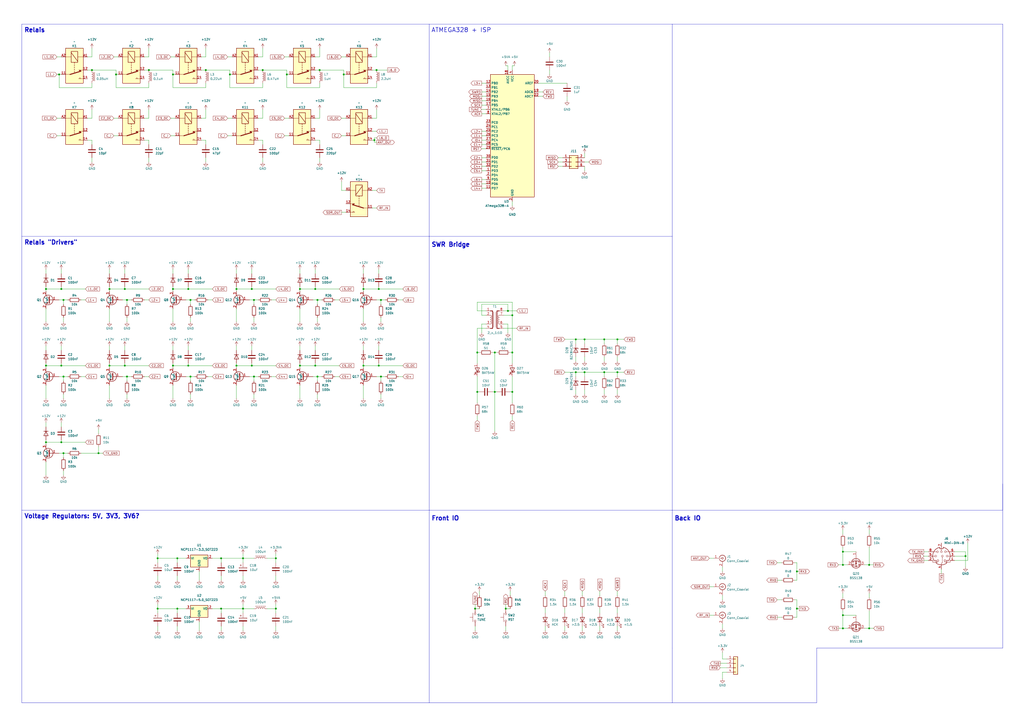
<source format=kicad_sch>
(kicad_sch (version 20230121) (generator eeschema)
  (paper "A2")
  (title_block (title "ATU for the Yaesu FT-891") (rev "0.1"))
  (junction (at 100.33 43.18))
  (junction (at 276.86 227.33))
  (junction (at 504.19 364.49))
  (junction (at 140.97 323.85))
  (junction (at 146.05 167.64))
  (junction (at 488.95 356.87))
  (junction (at 350.52 215.9))
  (junction (at 160.02 353.06))
  (junction (at 72.39 167.64))
  (junction (at 35.56 212.09))
  (junction (at 276.86 204.47))
  (junction (at 210.82 167.64))
  (junction (at 219.71 212.09))
  (junction (at 109.22 167.64))
  (junction (at 334.01 196.85))
  (junction (at 220.98 173.99))
  (junction (at 160.02 323.85))
  (junction (at 147.32 173.99))
  (junction (at 287.02 227.33))
  (junction (at 334.01 215.9))
  (junction (at 358.14 215.9))
  (junction (at 182.88 212.09))
  (junction (at 63.5 167.64))
  (junction (at 26.67 167.64))
  (junction (at 26.67 256.54))
  (junction (at 275.59 353.06))
  (junction (at 488.95 327.66))
  (junction (at 182.88 167.64))
  (junction (at 199.39 43.18))
  (junction (at 488.95 320.04))
  (junction (at 293.37 353.06))
  (junction (at 462.28 331.47))
  (junction (at 110.49 173.99))
  (junction (at 358.14 196.85))
  (junction (at 147.32 218.44))
  (junction (at 35.56 256.54))
  (junction (at 128.27 353.06))
  (junction (at 86.36 40.64))
  (junction (at 504.19 327.66))
  (junction (at 133.35 43.18))
  (junction (at 350.52 196.85))
  (junction (at 26.67 212.09))
  (junction (at 184.15 173.99))
  (junction (at 462.28 353.06))
  (junction (at 166.37 43.18))
  (junction (at 67.31 43.18))
  (junction (at 100.33 212.09))
  (junction (at 220.98 218.44))
  (junction (at 34.29 43.18))
  (junction (at 91.44 353.06))
  (junction (at 119.38 40.64))
  (junction (at 36.83 218.44))
  (junction (at 36.83 262.89))
  (junction (at 210.82 212.09))
  (junction (at 339.09 196.85))
  (junction (at 128.27 323.85))
  (junction (at 184.15 218.44))
  (junction (at 173.99 212.09))
  (junction (at 173.99 167.64))
  (junction (at 488.95 364.49))
  (junction (at 137.16 212.09))
  (junction (at 72.39 212.09))
  (junction (at 91.44 323.85))
  (junction (at 36.83 173.99))
  (junction (at 110.49 218.44))
  (junction (at 53.34 40.64))
  (junction (at 339.09 215.9))
  (junction (at 102.87 353.06))
  (junction (at 137.16 167.64))
  (junction (at 57.15 262.89))
  (junction (at 140.97 353.06))
  (junction (at 152.4 40.64))
  (junction (at 297.18 227.33))
  (junction (at 102.87 323.85))
  (junction (at 185.42 40.64))
  (junction (at 63.5 212.09))
  (junction (at 217.17 81.28))
  (junction (at 35.56 167.64))
  (junction (at 73.66 173.99))
  (junction (at 287.02 204.47))
  (junction (at 73.66 218.44))
  (junction (at 219.71 167.64))
  (junction (at 109.22 212.09))
  (junction (at 297.18 182.88))
  (junction (at 297.18 204.47))
  (junction (at 560.07 322.58))
  (junction (at 218.44 40.64))
  (junction (at 100.33 167.64))
  (junction (at 294.64 180.34))
  (junction (at 146.05 212.09))
  (polyline (pts (xy 389.89 137.16) (xy 389.89 137.16)))
  (polyline (pts (xy 12.7 13.97) (xy 248.92 13.97)))
  (wire (pts (xy 504.19 364.49) (xy 501.65 364.49)))
  (wire (pts (xy 165.1 78.74) (xy 167.64 78.74)))
  (wire (pts (xy 553.72 325.12) (xy 561.34 325.12)))
  (wire (pts (xy 275.59 363.22) (xy 275.59 365.76)))
  (polyline (pts (xy 248.92 407.67) (xy 389.89 407.67)))
  (wire (pts (xy 327.66 353.06) (xy 327.66 355.6)))
  (wire (pts (xy 53.34 81.28) (xy 53.34 83.82)))
  (wire (pts (xy 73.66 173.99) (xy 76.2 173.99)))
  (wire (pts (xy 26.67 256.54) (xy 35.56 256.54)))
  (wire (pts (xy 100.33 212.09) (xy 109.22 212.09)))
  (wire (pts (xy 160.02 353.06) (xy 160.02 355.6)))
  (wire (pts (xy 86.36 48.26) (xy 86.36 50.8)))
  (wire (pts (xy 119.38 40.64) (xy 133.35 40.64)))
  (wire (pts (xy 297.18 204.47) (xy 295.91 204.47)))
  (wire (pts (xy 231.14 173.99) (xy 233.68 173.99)))
  (wire (pts (xy 109.22 210.82) (xy 109.22 212.09)))
  (wire (pts (xy 220.98 173.99) (xy 220.98 176.53)))
  (wire (pts (xy 419.1 382.27) (xy 419.1 378.46)))
  (wire (pts (xy 220.98 218.44) (xy 223.52 218.44)))
  (wire (pts (xy 152.4 27.94) (xy 152.4 33.02)))
  (polyline (pts (xy 248.92 137.16) (xy 248.92 137.16)))
  (wire (pts (xy 34.29 262.89) (xy 36.83 262.89)))
  (wire (pts (xy 99.06 68.58) (xy 101.6 68.58)))
  (wire (pts (xy 72.39 167.64) (xy 86.36 167.64)))
  (wire (pts (xy 83.82 173.99) (xy 86.36 173.99)))
  (wire (pts (xy 53.34 50.8) (xy 34.29 50.8)))
  (wire (pts (xy 63.5 200.66) (xy 63.5 203.2)))
  (wire (pts (xy 36.83 273.05) (xy 36.83 275.59)))
  (wire (pts (xy 66.04 33.02) (xy 68.58 33.02)))
  (wire (pts (xy 231.14 218.44) (xy 233.68 218.44)))
  (wire (pts (xy 137.16 212.09) (xy 137.16 213.36)))
  (wire (pts (xy 184.15 218.44) (xy 184.15 220.98)))
  (wire (pts (xy 323.85 91.44) (xy 326.39 91.44)))
  (wire (pts (xy 53.34 48.26) (xy 53.34 50.8)))
  (wire (pts (xy 210.82 212.09) (xy 219.71 212.09)))
  (wire (pts (xy 279.4 83.82) (xy 281.94 83.82)))
  (wire (pts (xy 86.36 68.58) (xy 86.36 63.5)))
  (wire (pts (xy 328.93 55.88) (xy 328.93 58.42)))
  (wire (pts (xy 411.48 356.87) (xy 414.02 356.87)))
  (wire (pts (xy 35.56 255.27) (xy 35.56 256.54)))
  (wire (pts (xy 278.13 342.9) (xy 278.13 345.44)))
  (wire (pts (xy 334.01 199.39) (xy 334.01 196.85)))
  (wire (pts (xy 182.88 68.58) (xy 185.42 68.58)))
  (wire (pts (xy 160.02 363.22) (xy 160.02 365.76)))
  (wire (pts (xy 462.28 353.06) (xy 463.55 353.06)))
  (wire (pts (xy 185.42 50.8) (xy 166.37 50.8)))
  (wire (pts (xy 185.42 91.44) (xy 185.42 93.98)))
  (wire (pts (xy 157.48 173.99) (xy 160.02 173.99)))
  (wire (pts (xy 160.02 323.85) (xy 160.02 326.39)))
  (wire (pts (xy 488.95 356.87) (xy 488.95 364.49)))
  (wire (pts (xy 63.5 212.09) (xy 63.5 213.36)))
  (wire (pts (xy 33.02 78.74) (xy 35.56 78.74)))
  (wire (pts (xy 140.97 323.85) (xy 147.32 323.85)))
  (wire (pts (xy 292.1 187.96) (xy 294.64 187.96)))
  (wire (pts (xy 297.18 204.47) (xy 297.18 210.82)))
  (wire (pts (xy 137.16 156.21) (xy 137.16 158.75)))
  (wire (pts (xy 279.4 60.96) (xy 281.94 60.96)))
  (wire (pts (xy 323.85 93.98) (xy 326.39 93.98)))
  (wire (pts (xy 26.67 167.64) (xy 35.56 167.64)))
  (wire (pts (xy 297.18 227.33) (xy 297.18 218.44)))
  (wire (pts (xy 358.14 226.06) (xy 358.14 228.6)))
  (wire (pts (xy 215.9 120.65) (xy 218.44 120.65)))
  (wire (pts (xy 63.5 212.09) (xy 72.39 212.09)))
  (wire (pts (xy 339.09 209.55) (xy 339.09 207.01)))
  (wire (pts (xy 182.88 81.28) (xy 185.42 81.28)))
  (wire (pts (xy 488.95 364.49) (xy 491.49 364.49)))
  (wire (pts (xy 137.16 167.64) (xy 146.05 167.64)))
  (wire (pts (xy 73.66 184.15) (xy 73.66 186.69)))
  (wire (pts (xy 165.1 68.58) (xy 167.64 68.58)))
  (wire (pts (xy 53.34 68.58) (xy 53.34 63.5)))
  (wire (pts (xy 35.56 166.37) (xy 35.56 167.64)))
  (wire (pts (xy 198.12 33.02) (xy 200.66 33.02)))
  (wire (pts (xy 419.1 328.93) (xy 419.1 331.47)))
  (wire (pts (xy 26.67 156.21) (xy 26.67 158.75)))
  (wire (pts (xy 219.71 212.09) (xy 233.68 212.09)))
  (wire (pts (xy 182.88 212.09) (xy 196.85 212.09)))
  (wire (pts (xy 166.37 50.8) (xy 166.37 43.18)))
  (wire (pts (xy 287.02 227.33) (xy 287.02 250.19)))
  (wire (pts (xy 199.39 40.64) (xy 199.39 43.18)))
  (wire (pts (xy 488.95 356.87) (xy 496.57 356.87)))
  (wire (pts (xy 194.31 173.99) (xy 196.85 173.99)))
  (wire (pts (xy 417.83 387.35) (xy 421.64 387.35)))
  (wire (pts (xy 327.66 215.9) (xy 334.01 215.9)))
  (wire (pts (xy 100.33 166.37) (xy 100.33 167.64)))
  (wire (pts (xy 316.23 363.22) (xy 316.23 365.76)))
  (wire (pts (xy 67.31 50.8) (xy 67.31 43.18)))
  (wire (pts (xy 419.1 361.95) (xy 419.1 364.49)))
  (wire (pts (xy 358.14 196.85) (xy 361.95 196.85)))
  (wire (pts (xy 218.44 110.49) (xy 215.9 110.49)))
  (wire (pts (xy 173.99 223.52) (xy 173.99 231.14)))
  (wire (pts (xy 421.64 382.27) (xy 419.1 382.27)))
  (wire (pts (xy 327.66 196.85) (xy 334.01 196.85)))
  (wire (pts (xy 292.1 190.5) (xy 299.72 190.5)))
  (wire (pts (xy 35.56 210.82) (xy 35.56 212.09)))
  (wire (pts (xy 334.01 196.85) (xy 339.09 196.85)))
  (wire (pts (xy 109.22 156.21) (xy 109.22 158.75)))
  (wire (pts (xy 100.33 43.18) (xy 101.6 43.18)))
  (wire (pts (xy 316.23 353.06) (xy 316.23 355.6)))
  (wire (pts (xy 128.27 353.06) (xy 140.97 353.06)))
  (wire (pts (xy 294.64 180.34) (xy 292.1 180.34)))
  (wire (pts (xy 120.65 173.99) (xy 123.19 173.99)))
  (wire (pts (xy 358.14 196.85) (xy 358.14 199.39)))
  (wire (pts (xy 318.77 30.48) (xy 318.77 33.02)))
  (wire (pts (xy 411.48 340.36) (xy 414.02 340.36)))
  (wire (pts (xy 140.97 321.31) (xy 140.97 323.85)))
  (wire (pts (xy 276.86 227.33) (xy 276.86 233.68)))
  (wire (pts (xy 116.84 40.64) (xy 119.38 40.64)))
  (wire (pts (xy 337.82 363.22) (xy 337.82 365.76)))
  (wire (pts (xy 334.01 226.06) (xy 334.01 228.6)))
  (wire (pts (xy 210.82 166.37) (xy 210.82 167.64)))
  (wire (pts (xy 128.27 353.06) (xy 128.27 355.6)))
  (wire (pts (xy 341.63 93.98) (xy 339.09 93.98)))
  (wire (pts (xy 347.98 363.22) (xy 347.98 365.76)))
  (wire (pts (xy 147.32 228.6) (xy 147.32 231.14)))
  (wire (pts (xy 293.37 353.06) (xy 295.91 353.06)))
  (wire (pts (xy 34.29 50.8) (xy 34.29 43.18)))
  (wire (pts (xy 220.98 173.99) (xy 223.52 173.99)))
  (wire (pts (xy 35.56 200.66) (xy 35.56 203.2)))
  (polyline (pts (xy 248.92 13.97) (xy 389.89 13.97)))
  (wire (pts (xy 36.83 262.89) (xy 36.83 265.43)))
  (wire (pts (xy 281.94 190.5) (xy 276.86 190.5)))
  (wire (pts (xy 220.98 218.44) (xy 220.98 220.98)))
  (wire (pts (xy 295.91 342.9) (xy 295.91 345.44)))
  (wire (pts (xy 334.01 207.01) (xy 334.01 209.55)))
  (wire (pts (xy 36.83 184.15) (xy 36.83 186.69)))
  (polyline (pts (xy 12.7 13.97) (xy 12.7 137.16)))
  (wire (pts (xy 535.94 320.04) (xy 538.48 320.04)))
  (wire (pts (xy 278.13 204.47) (xy 276.86 204.47)))
  (wire (pts (xy 210.82 223.52) (xy 210.82 231.14)))
  (wire (pts (xy 140.97 350.52) (xy 140.97 353.06)))
  (wire (pts (xy 560.07 328.93) (xy 560.07 322.58)))
  (wire (pts (xy 102.87 353.06) (xy 107.95 353.06)))
  (wire (pts (xy 210.82 212.09) (xy 210.82 213.36)))
  (wire (pts (xy 152.4 68.58) (xy 152.4 63.5)))
  (wire (pts (xy 173.99 167.64) (xy 173.99 168.91)))
  (wire (pts (xy 166.37 43.18) (xy 167.64 43.18)))
  (wire (pts (xy 285.75 204.47) (xy 287.02 204.47)))
  (wire (pts (xy 83.82 81.28) (xy 86.36 81.28)))
  (wire (pts (xy 173.99 167.64) (xy 182.88 167.64)))
  (wire (pts (xy 327.66 342.9) (xy 327.66 345.44)))
  (wire (pts (xy 115.57 360.68) (xy 115.57 365.76)))
  (wire (pts (xy 57.15 248.92) (xy 57.15 251.46)))
  (wire (pts (xy 109.22 166.37) (xy 109.22 167.64)))
  (wire (pts (xy 71.12 218.44) (xy 73.66 218.44)))
  (wire (pts (xy 297.18 40.64) (xy 297.18 38.1)))
  (wire (pts (xy 488.95 344.17) (xy 488.95 346.71)))
  (wire (pts (xy 504.19 344.17) (xy 504.19 346.71)))
  (wire (pts (xy 358.14 363.22) (xy 358.14 365.76)))
  (wire (pts (xy 83.82 218.44) (xy 86.36 218.44)))
  (wire (pts (xy 100.33 40.64) (xy 100.33 43.18)))
  (wire (pts (xy 184.15 228.6) (xy 184.15 231.14)))
  (wire (pts (xy 350.52 196.85) (xy 358.14 196.85)))
  (wire (pts (xy 560.07 320.04) (xy 560.07 322.58)))
  (wire (pts (xy 100.33 167.64) (xy 100.33 168.91)))
  (wire (pts (xy 73.66 228.6) (xy 73.66 231.14)))
  (wire (pts (xy 46.99 173.99) (xy 49.53 173.99)))
  (wire (pts (xy 181.61 173.99) (xy 184.15 173.99)))
  (wire (pts (xy 152.4 40.64) (xy 166.37 40.64)))
  (wire (pts (xy 278.13 227.33) (xy 276.86 227.33)))
  (wire (pts (xy 100.33 210.82) (xy 100.33 212.09)))
  (wire (pts (xy 334.01 218.44) (xy 334.01 215.9)))
  (wire (pts (xy 488.95 320.04) (xy 496.57 320.04)))
  (wire (pts (xy 33.02 33.02) (xy 35.56 33.02)))
  (wire (pts (xy 198.12 123.19) (xy 200.66 123.19)))
  (wire (pts (xy 73.66 218.44) (xy 73.66 220.98)))
  (wire (pts (xy 199.39 43.18) (xy 200.66 43.18)))
  (wire (pts (xy 198.12 78.74) (xy 200.66 78.74)))
  (wire (pts (xy 279.4 66.04) (xy 281.94 66.04)))
  (wire (pts (xy 182.88 200.66) (xy 182.88 203.2)))
  (wire (pts (xy 86.36 50.8) (xy 67.31 50.8)))
  (wire (pts (xy 100.33 156.21) (xy 100.33 158.75)))
  (wire (pts (xy 173.99 179.07) (xy 173.99 186.69)))
  (wire (pts (xy 210.82 156.21) (xy 210.82 158.75)))
  (wire (pts (xy 34.29 43.18) (xy 33.02 43.18)))
  (wire (pts (xy 279.4 187.96) (xy 279.4 193.04)))
  (wire (pts (xy 185.42 81.28) (xy 185.42 83.82)))
  (wire (pts (xy 147.32 184.15) (xy 147.32 186.69)))
  (wire (pts (xy 297.18 38.1) (xy 298.45 38.1)))
  (polyline (pts (xy 389.89 295.91) (xy 248.92 295.91)))
  (wire (pts (xy 210.82 210.82) (xy 210.82 212.09)))
  (wire (pts (xy 488.95 354.33) (xy 488.95 356.87)))
  (wire (pts (xy 173.99 156.21) (xy 173.99 158.75)))
  (wire (pts (xy 152.4 48.26) (xy 152.4 50.8)))
  (wire (pts (xy 560.07 322.58) (xy 553.72 322.58)))
  (wire (pts (xy 535.94 325.12) (xy 538.48 325.12)))
  (wire (pts (xy 279.4 53.34) (xy 281.94 53.34)))
  (wire (pts (xy 36.83 173.99) (xy 39.37 173.99)))
  (wire (pts (xy 279.4 55.88) (xy 281.94 55.88)))
  (wire (pts (xy 26.67 223.52) (xy 26.67 231.14)))
  (wire (pts (xy 26.67 267.97) (xy 26.67 275.59)))
  (wire (pts (xy 119.38 91.44) (xy 119.38 93.98)))
  (wire (pts (xy 26.67 167.64) (xy 26.67 168.91)))
  (wire (pts (xy 287.02 227.33) (xy 288.29 227.33)))
  (wire (pts (xy 86.36 81.28) (xy 86.36 83.82)))
  (wire (pts (xy 160.02 321.31) (xy 160.02 323.85)))
  (wire (pts (xy 218.44 27.94) (xy 218.44 33.02)))
  (wire (pts (xy 279.4 106.68) (xy 281.94 106.68)))
  (wire (pts (xy 218.44 82.55) (xy 217.17 82.55)))
  (wire (pts (xy 281.94 187.96) (xy 279.4 187.96)))
  (wire (pts (xy 173.99 210.82) (xy 173.99 212.09)))
  (wire (pts (xy 72.39 212.09) (xy 86.36 212.09)))
  (wire (pts (xy 26.67 255.27) (xy 26.67 256.54)))
  (wire (pts (xy 146.05 212.09) (xy 160.02 212.09)))
  (wire (pts (xy 316.23 342.9) (xy 316.23 345.44)))
  (wire (pts (xy 50.8 81.28) (xy 53.34 81.28)))
  (wire (pts (xy 185.42 27.94) (xy 185.42 33.02)))
  (wire (pts (xy 461.01 336.55) (xy 462.28 336.55)))
  (wire (pts (xy 279.4 96.52) (xy 281.94 96.52)))
  (wire (pts (xy 128.27 323.85) (xy 140.97 323.85)))
  (wire (pts (xy 358.14 342.9) (xy 358.14 345.44)))
  (wire (pts (xy 147.32 218.44) (xy 149.86 218.44)))
  (wire (pts (xy 312.42 53.34) (xy 314.96 53.34)))
  (wire (pts (xy 63.5 179.07) (xy 63.5 186.69)))
  (wire (pts (xy 46.99 218.44) (xy 49.53 218.44)))
  (wire (pts (xy 91.44 321.31) (xy 91.44 323.85)))
  (wire (pts (xy 200.66 110.49) (xy 198.12 110.49)))
  (wire (pts (xy 132.08 68.58) (xy 134.62 68.58)))
  (wire (pts (xy 50.8 40.64) (xy 53.34 40.64)))
  (wire (pts (xy 173.99 200.66) (xy 173.99 203.2)))
  (wire (pts (xy 86.36 40.64) (xy 100.33 40.64)))
  (wire (pts (xy 132.08 78.74) (xy 134.62 78.74)))
  (wire (pts (xy 100.33 179.07) (xy 100.33 186.69)))
  (wire (pts (xy 488.95 307.34) (xy 488.95 309.88)))
  (wire (pts (xy 210.82 167.64) (xy 219.71 167.64)))
  (wire (pts (xy 73.66 173.99) (xy 73.66 176.53)))
  (wire (pts (xy 219.71 156.21) (xy 219.71 158.75)))
  (wire (pts (xy 152.4 33.02) (xy 149.86 33.02)))
  (wire (pts (xy 149.86 68.58) (xy 152.4 68.58)))
  (wire (pts (xy 144.78 173.99) (xy 147.32 173.99)))
  (polyline (pts (xy 248.92 295.91) (xy 248.92 407.67)))
  (wire (pts (xy 461.01 347.98) (xy 462.28 347.98)))
  (wire (pts (xy 119.38 81.28) (xy 119.38 83.82)))
  (wire (pts (xy 120.65 218.44) (xy 123.19 218.44)))
  (wire (pts (xy 63.5 210.82) (xy 63.5 212.09)))
  (wire (pts (xy 35.56 43.18) (xy 34.29 43.18)))
  (wire (pts (xy 334.01 215.9) (xy 339.09 215.9)))
  (wire (pts (xy 312.42 48.26) (xy 328.93 48.26)))
  (wire (pts (xy 72.39 210.82) (xy 72.39 212.09)))
  (wire (pts (xy 100.33 223.52) (xy 100.33 231.14)))
  (wire (pts (xy 137.16 200.66) (xy 137.16 203.2)))
  (wire (pts (xy 109.22 212.09) (xy 123.19 212.09)))
  (wire (pts (xy 110.49 184.15) (xy 110.49 186.69)))
  (wire (pts (xy 137.16 166.37) (xy 137.16 167.64)))
  (wire (pts (xy 297.18 182.88) (xy 297.18 204.47)))
  (wire (pts (xy 285.75 227.33) (xy 287.02 227.33)))
  (wire (pts (xy 287.02 204.47) (xy 288.29 204.47)))
  (wire (pts (xy 173.99 166.37) (xy 173.99 167.64)))
  (wire (pts (xy 149.86 40.64) (xy 152.4 40.64)))
  (wire (pts (xy 535.94 322.58) (xy 538.48 322.58)))
  (polyline (pts (xy 248.92 407.67) (xy 12.7 407.67)))
  (wire (pts (xy 339.09 88.9) (xy 339.09 91.44)))
  (wire (pts (xy 504.19 364.49) (xy 506.73 364.49)))
  (wire (pts (xy 36.83 228.6) (xy 36.83 231.14)))
  (wire (pts (xy 297.18 175.26) (xy 297.18 182.88)))
  (wire (pts (xy 147.32 173.99) (xy 147.32 176.53)))
  (wire (pts (xy 218.44 33.02) (xy 215.9 33.02)))
  (wire (pts (xy 100.33 167.64) (xy 109.22 167.64)))
  (wire (pts (xy 220.98 184.15) (xy 220.98 186.69)))
  (wire (pts (xy 219.71 166.37) (xy 219.71 167.64)))
  (wire (pts (xy 133.35 50.8) (xy 133.35 43.18)))
  (wire (pts (xy 219.71 167.64) (xy 233.68 167.64)))
  (wire (pts (xy 279.4 109.22) (xy 281.94 109.22)))
  (wire (pts (xy 102.87 363.22) (xy 102.87 365.76)))
  (wire (pts (xy 100.33 200.66) (xy 100.33 203.2)))
  (wire (pts (xy 133.35 40.64) (xy 133.35 43.18)))
  (wire (pts (xy 279.4 182.88) (xy 279.4 176.53)))
  (wire (pts (xy 146.05 166.37) (xy 146.05 167.64)))
  (wire (pts (xy 358.14 215.9) (xy 361.95 215.9)))
  (wire (pts (xy 276.86 190.5) (xy 276.86 204.47)))
  (wire (pts (xy 63.5 156.21) (xy 63.5 158.75)))
  (wire (pts (xy 91.44 363.22) (xy 91.44 365.76)))
  (wire (pts (xy 160.02 350.52) (xy 160.02 353.06)))
  (wire (pts (xy 116.84 68.58) (xy 119.38 68.58)))
  (wire (pts (xy 140.97 323.85) (xy 140.97 326.39)))
  (wire (pts (xy 293.37 350.52) (xy 293.37 353.06)))
  (wire (pts (xy 86.36 33.02) (xy 83.82 33.02)))
  (wire (pts (xy 35.56 256.54) (xy 49.53 256.54)))
  (polyline (pts (xy 12.7 295.91) (xy 248.92 295.91)))
  (wire (pts (xy 419.1 389.89) (xy 419.1 393.7)))
  (wire (pts (xy 323.85 96.52) (xy 326.39 96.52)))
  (wire (pts (xy 26.67 210.82) (xy 26.67 212.09)))
  (wire (pts (xy 133.35 43.18) (xy 134.62 43.18)))
  (wire (pts (xy 312.42 55.88) (xy 314.96 55.88)))
  (wire (pts (xy 217.17 81.28) (xy 215.9 81.28)))
  (polyline (pts (xy 389.89 407.67) (xy 473.71 407.67)))
  (wire (pts (xy 217.17 80.01) (xy 217.17 81.28)))
  (wire (pts (xy 210.82 179.07) (xy 210.82 186.69)))
  (wire (pts (xy 350.52 207.01) (xy 350.52 209.55)))
  (wire (pts (xy 337.82 342.9) (xy 337.82 345.44)))
  (wire (pts (xy 217.17 82.55) (xy 217.17 81.28)))
  (wire (pts (xy 504.19 317.5) (xy 504.19 327.66)))
  (wire (pts (xy 279.4 86.36) (xy 281.94 86.36)))
  (wire (pts (xy 486.41 364.49) (xy 488.95 364.49)))
  (wire (pts (xy 119.38 68.58) (xy 119.38 63.5)))
  (wire (pts (xy 297.18 227.33) (xy 297.18 233.68)))
  (wire (pts (xy 462.28 353.06) (xy 462.28 358.14)))
  (wire (pts (xy 53.34 33.02) (xy 50.8 33.02)))
  (wire (pts (xy 486.41 327.66) (xy 488.95 327.66)))
  (wire (pts (xy 184.15 184.15) (xy 184.15 186.69)))
  (wire (pts (xy 123.19 353.06) (xy 128.27 353.06)))
  (wire (pts (xy 73.66 218.44) (xy 76.2 218.44)))
  (wire (pts (xy 35.56 212.09) (xy 49.53 212.09)))
  (wire (pts (xy 450.85 336.55) (xy 453.39 336.55)))
  (wire (pts (xy 504.19 327.66) (xy 506.73 327.66)))
  (wire (pts (xy 110.49 173.99) (xy 110.49 176.53)))
  (wire (pts (xy 294.64 187.96) (xy 294.64 193.04)))
  (wire (pts (xy 184.15 218.44) (xy 186.69 218.44)))
  (wire (pts (xy 182.88 167.64) (xy 196.85 167.64)))
  (wire (pts (xy 128.27 323.85) (xy 128.27 326.39)))
  (wire (pts (xy 71.12 173.99) (xy 73.66 173.99)))
  (polyline (pts (xy 389.89 137.16) (xy 389.89 295.91)))
  (wire (pts (xy 119.38 48.26) (xy 119.38 50.8)))
  (wire (pts (xy 220.98 228.6) (xy 220.98 231.14)))
  (wire (pts (xy 140.97 353.06) (xy 140.97 355.6)))
  (wire (pts (xy 83.82 40.64) (xy 86.36 40.64)))
  (wire (pts (xy 166.37 40.64) (xy 166.37 43.18)))
  (wire (pts (xy 137.16 212.09) (xy 146.05 212.09)))
  (wire (pts (xy 119.38 33.02) (xy 116.84 33.02)))
  (wire (pts (xy 181.61 218.44) (xy 184.15 218.44)))
  (wire (pts (xy 450.85 358.14) (xy 453.39 358.14)))
  (wire (pts (xy 26.67 166.37) (xy 26.67 167.64)))
  (wire (pts (xy 546.1 330.2) (xy 546.1 332.74)))
  (wire (pts (xy 504.19 327.66) (xy 501.65 327.66)))
  (wire (pts (xy 146.05 167.64) (xy 160.02 167.64)))
  (wire (pts (xy 327.66 363.22) (xy 327.66 365.76)))
  (wire (pts (xy 107.95 218.44) (xy 110.49 218.44)))
  (wire (pts (xy 281.94 182.88) (xy 279.4 182.88)))
  (wire (pts (xy 337.82 353.06) (xy 337.82 355.6)))
  (wire (pts (xy 132.08 33.02) (xy 134.62 33.02)))
  (wire (pts (xy 294.64 40.64) (xy 294.64 38.1)))
  (wire (pts (xy 339.09 215.9) (xy 350.52 215.9)))
  (wire (pts (xy 146.05 200.66) (xy 146.05 203.2)))
  (wire (pts (xy 279.4 63.5) (xy 281.94 63.5)))
  (wire (pts (xy 36.83 218.44) (xy 39.37 218.44)))
  (polyline (pts (xy 389.89 375.92) (xy 389.89 295.91)))
  (wire (pts (xy 102.87 323.85) (xy 107.95 323.85)))
  (wire (pts (xy 110.49 218.44) (xy 110.49 220.98)))
  (wire (pts (xy 35.56 245.11) (xy 35.56 247.65)))
  (wire (pts (xy 26.67 256.54) (xy 26.67 257.81)))
  (wire (pts (xy 110.49 228.6) (xy 110.49 231.14)))
  (wire (pts (xy 154.94 323.85) (xy 160.02 323.85)))
  (wire (pts (xy 46.99 262.89) (xy 57.15 262.89)))
  (wire (pts (xy 504.19 307.34) (xy 504.19 309.88)))
  (wire (pts (xy 154.94 353.06) (xy 160.02 353.06)))
  (wire (pts (xy 198.12 110.49) (xy 198.12 105.41)))
  (polyline (pts (xy 248.92 295.91) (xy 248.92 137.16)))
  (polyline (pts (xy 473.71 407.67) (xy 473.71 375.92)))
  (wire (pts (xy 66.04 68.58) (xy 68.58 68.58)))
  (wire (pts (xy 116.84 81.28) (xy 119.38 81.28)))
  (wire (pts (xy 218.44 68.58) (xy 218.44 63.5)))
  (wire (pts (xy 63.5 167.64) (xy 72.39 167.64)))
  (wire (pts (xy 160.02 334.01) (xy 160.02 336.55)))
  (wire (pts (xy 63.5 166.37) (xy 63.5 167.64)))
  (wire (pts (xy 137.16 167.64) (xy 137.16 168.91)))
  (wire (pts (xy 53.34 91.44) (xy 53.34 93.98)))
  (wire (pts (xy 144.78 218.44) (xy 147.32 218.44)))
  (wire (pts (xy 218.44 80.01) (xy 217.17 80.01)))
  (wire (pts (xy 279.4 58.42) (xy 281.94 58.42)))
  (wire (pts (xy 279.4 91.44) (xy 281.94 91.44)))
  (wire (pts (xy 219.71 210.82) (xy 219.71 212.09)))
  (wire (pts (xy 173.99 212.09) (xy 182.88 212.09)))
  (wire (pts (xy 339.09 196.85) (xy 350.52 196.85)))
  (wire (pts (xy 100.33 212.09) (xy 100.33 213.36)))
  (wire (pts (xy 146.05 210.82) (xy 146.05 212.09)))
  (wire (pts (xy 276.86 180.34) (xy 276.86 175.26)))
  (wire (pts (xy 63.5 167.64) (xy 63.5 168.91)))
  (polyline (pts (xy 473.71 375.92) (xy 581.66 375.92)))
  (wire (pts (xy 173.99 212.09) (xy 173.99 213.36)))
  (wire (pts (xy 358.14 207.01) (xy 358.14 209.55)))
  (wire (pts (xy 276.86 175.26) (xy 297.18 175.26)))
  (wire (pts (xy 185.42 48.26) (xy 185.42 50.8)))
  (wire (pts (xy 350.52 215.9) (xy 350.52 218.44)))
  (wire (pts (xy 146.05 156.21) (xy 146.05 158.75)))
  (wire (pts (xy 33.02 68.58) (xy 35.56 68.58)))
  (wire (pts (xy 26.67 179.07) (xy 26.67 186.69)))
  (wire (pts (xy 488.95 317.5) (xy 488.95 320.04)))
  (wire (pts (xy 128.27 363.22) (xy 128.27 365.76)))
  (wire (pts (xy 100.33 50.8) (xy 100.33 43.18)))
  (wire (pts (xy 91.44 323.85) (xy 102.87 323.85)))
  (wire (pts (xy 102.87 355.6) (xy 102.87 353.06)))
  (wire (pts (xy 182.88 156.21) (xy 182.88 158.75)))
  (wire (pts (xy 339.09 199.39) (xy 339.09 196.85)))
  (polyline (pts (xy 389.89 375.92) (xy 389.89 407.67)))
  (wire (pts (xy 26.67 212.09) (xy 35.56 212.09)))
  (wire (pts (xy 26.67 200.66) (xy 26.67 203.2)))
  (wire (pts (xy 91.44 353.06) (xy 102.87 353.06)))
  (wire (pts (xy 461.01 358.14) (xy 462.28 358.14)))
  (wire (pts (xy 297.18 116.84) (xy 297.18 119.38)))
  (wire (pts (xy 218.44 48.26) (xy 218.44 50.8)))
  (wire (pts (xy 276.86 218.44) (xy 276.86 227.33)))
  (wire (pts (xy 461.01 326.39) (xy 462.28 326.39)))
  (wire (pts (xy 279.4 99.06) (xy 281.94 99.06)))
  (wire (pts (xy 347.98 353.06) (xy 347.98 355.6)))
  (wire (pts (xy 350.52 196.85) (xy 350.52 199.39)))
  (polyline (pts (xy 12.7 407.67) (xy 12.7 295.91)))
  (polyline (pts (xy 389.89 13.97) (xy 581.66 13.97)))
  (wire (pts (xy 339.09 226.06) (xy 339.09 228.6)))
  (wire (pts (xy 182.88 210.82) (xy 182.88 212.09)))
  (wire (pts (xy 140.97 363.22) (xy 140.97 365.76)))
  (wire (pts (xy 294.64 38.1) (xy 293.37 38.1)))
  (wire (pts (xy 358.14 353.06) (xy 358.14 355.6)))
  (wire (pts (xy 26.67 212.09) (xy 26.67 213.36)))
  (wire (pts (xy 107.95 173.99) (xy 110.49 173.99)))
  (wire (pts (xy 36.83 173.99) (xy 36.83 176.53)))
  (wire (pts (xy 99.06 33.02) (xy 101.6 33.02)))
  (wire (pts (xy 67.31 43.18) (xy 68.58 43.18)))
  (wire (pts (xy 91.44 326.39) (xy 91.44 323.85)))
  (wire (pts (xy 279.4 81.28) (xy 281.94 81.28)))
  (wire (pts (xy 504.19 354.33) (xy 504.19 364.49)))
  (wire (pts (xy 339.09 218.44) (xy 339.09 215.9)))
  (wire (pts (xy 561.34 325.12) (xy 561.34 314.96)))
  (wire (pts (xy 215.9 76.2) (xy 218.44 76.2)))
  (wire (pts (xy 210.82 167.64) (xy 210.82 168.91)))
  (wire (pts (xy 165.1 33.02) (xy 167.64 33.02)))
  (wire (pts (xy 553.72 320.04) (xy 560.07 320.04)))
  (wire (pts (xy 462.28 331.47) (xy 462.28 336.55)))
  (wire (pts (xy 137.16 210.82) (xy 137.16 212.09)))
  (wire (pts (xy 182.88 166.37) (xy 182.88 167.64)))
  (wire (pts (xy 83.82 68.58) (xy 86.36 68.58)))
  (wire (pts (xy 152.4 50.8) (xy 133.35 50.8)))
  (wire (pts (xy 419.1 345.44) (xy 419.1 347.98)))
  (polyline (pts (xy 12.7 137.16) (xy 12.7 295.91)))
  (wire (pts (xy 152.4 91.44) (xy 152.4 93.98)))
  (wire (pts (xy 199.39 50.8) (xy 199.39 43.18)))
  (wire (pts (xy 50.8 68.58) (xy 53.34 68.58)))
  (wire (pts (xy 318.77 40.64) (xy 318.77 43.18)))
  (wire (pts (xy 147.32 218.44) (xy 147.32 220.98)))
  (wire (pts (xy 123.19 323.85) (xy 128.27 323.85)))
  (wire (pts (xy 34.29 173.99) (xy 36.83 173.99)))
  (wire (pts (xy 279.4 93.98) (xy 281.94 93.98)))
  (wire (pts (xy 119.38 27.94) (xy 119.38 33.02)))
  (wire (pts (xy 218.44 40.64) (xy 224.79 40.64)))
  (wire (pts (xy 287.02 204.47) (xy 287.02 227.33)))
  (wire (pts (xy 358.14 215.9) (xy 358.14 218.44)))
  (wire (pts (xy 276.86 204.47) (xy 276.86 210.82)))
  (wire (pts (xy 462.28 331.47) (xy 463.55 331.47)))
  (wire (pts (xy 218.44 173.99) (xy 220.98 173.99)))
  (wire (pts (xy 102.87 334.01) (xy 102.87 336.55)))
  (wire (pts (xy 99.06 78.74) (xy 101.6 78.74)))
  (wire (pts (xy 72.39 200.66) (xy 72.39 203.2)))
  (wire (pts (xy 182.88 40.64) (xy 185.42 40.64)))
  (wire (pts (xy 115.57 331.47) (xy 115.57 336.55)))
  (wire (pts (xy 294.64 180.34) (xy 299.72 180.34)))
  (wire (pts (xy 137.16 179.07) (xy 137.16 186.69)))
  (wire (pts (xy 147.32 173.99) (xy 149.86 173.99)))
  (wire (pts (xy 36.83 262.89) (xy 39.37 262.89)))
  (wire (pts (xy 35.56 156.21) (xy 35.56 158.75)))
  (wire (pts (xy 421.64 389.89) (xy 419.1 389.89)))
  (wire (pts (xy 35.56 167.64) (xy 49.53 167.64)))
  (wire (pts (xy 275.59 353.06) (xy 278.13 353.06)))
  (wire (pts (xy 34.29 218.44) (xy 36.83 218.44)))
  (wire (pts (xy 276.86 241.3) (xy 276.86 243.84)))
  (polyline (pts (xy 389.89 137.16) (xy 248.92 137.16)))
  (wire (pts (xy 488.95 320.04) (xy 488.95 327.66)))
  (wire (pts (xy 63.5 223.52) (xy 63.5 231.14)))
  (wire (pts (xy 72.39 156.21) (xy 72.39 158.75)))
  (wire (pts (xy 152.4 81.28) (xy 152.4 83.82)))
  (wire (pts (xy 297.18 182.88) (xy 292.1 182.88)))
  (wire (pts (xy 417.83 384.81) (xy 421.64 384.81)))
  (polyline (pts (xy 389.89 13.97) (xy 389.89 137.16)))
  (wire (pts (xy 210.82 200.66) (xy 210.82 203.2)))
  (wire (pts (xy 86.36 27.94) (xy 86.36 33.02)))
  (wire (pts (xy 293.37 363.22) (xy 293.37 365.76)))
  (wire (pts (xy 53.34 40.64) (xy 67.31 40.64)))
  (wire (pts (xy 275.59 350.52) (xy 275.59 353.06)))
  (wire (pts (xy 218.44 50.8) (xy 199.39 50.8)))
  (wire (pts (xy 279.4 76.2) (xy 281.94 76.2)))
  (wire (pts (xy 128.27 334.01) (xy 128.27 336.55)))
  (wire (pts (xy 279.4 78.74) (xy 281.94 78.74)))
  (wire (pts (xy 279.4 48.26) (xy 281.94 48.26)))
  (wire (pts (xy 119.38 50.8) (xy 100.33 50.8)))
  (wire (pts (xy 198.12 68.58) (xy 200.66 68.58)))
  (wire (pts (xy 109.22 200.66) (xy 109.22 203.2)))
  (wire (pts (xy 411.48 323.85) (xy 414.02 323.85)))
  (wire (pts (xy 140.97 334.01) (xy 140.97 336.55)))
  (wire (pts (xy 462.28 347.98) (xy 462.28 353.06)))
  (wire (pts (xy 350.52 215.9) (xy 358.14 215.9)))
  (wire (pts (xy 488.95 327.66) (xy 491.49 327.66)))
  (wire (pts (xy 102.87 326.39) (xy 102.87 323.85)))
  (wire (pts (xy 294.64 176.53) (xy 294.64 180.34)))
  (wire (pts (xy 91.44 334.01) (xy 91.44 336.55)))
  (polyline (pts (xy 581.66 295.91) (xy 389.89 295.91)))
  (wire (pts (xy 140.97 353.06) (xy 147.32 353.06)))
  (wire (pts (xy 86.36 91.44) (xy 86.36 93.98)))
  (wire (pts (xy 219.71 200.66) (xy 219.71 203.2)))
  (wire (pts (xy 184.15 173.99) (xy 186.69 173.99)))
  (wire (pts (xy 450.85 347.98) (xy 453.39 347.98)))
  (wire (pts (xy 279.4 104.14) (xy 281.94 104.14)))
  (wire (pts (xy 350.52 226.06) (xy 350.52 228.6)))
  (wire (pts (xy 110.49 173.99) (xy 113.03 173.99)))
  (wire (pts (xy 26.67 245.11) (xy 26.67 247.65)))
  (wire (pts (xy 279.4 176.53) (xy 294.64 176.53)))
  (wire (pts (xy 184.15 173.99) (xy 184.15 176.53)))
  (wire (pts (xy 297.18 241.3) (xy 297.18 243.84)))
  (wire (pts (xy 185.42 68.58) (xy 185.42 63.5)))
  (wire (pts (xy 339.09 99.06) (xy 339.09 96.52)))
  (wire (pts (xy 110.49 218.44) (xy 113.03 218.44)))
  (wire (pts (xy 137.16 223.52) (xy 137.16 231.14)))
  (wire (pts (xy 91.44 350.52) (xy 91.44 353.06)))
  (polyline (pts (xy 248.92 13.97) (xy 248.92 137.16)))
  (wire (pts (xy 347.98 342.9) (xy 347.98 345.44)))
  (wire (pts (xy 218.44 218.44) (xy 220.98 218.44)))
  (wire (pts (xy 462.28 326.39) (xy 462.28 331.47)))
  (wire (pts (xy 66.04 78.74) (xy 68.58 78.74)))
  (wire (pts (xy 215.9 40.64) (xy 218.44 40.64)))
  (wire (pts (xy 295.91 227.33) (xy 297.18 227.33)))
  (wire (pts (xy 36.83 218.44) (xy 36.83 220.98)))
  (wire (pts (xy 185.42 33.02) (xy 182.88 33.02)))
  (wire (pts (xy 91.44 355.6) (xy 91.44 353.06)))
  (polyline (pts (xy 581.66 280.67) (xy 581.66 375.92)))
  (wire (pts (xy 57.15 262.89) (xy 59.69 262.89)))
  (wire (pts (xy 281.94 180.34) (xy 276.86 180.34)))
  (wire (pts (xy 450.85 326.39) (xy 453.39 326.39)))
  (wire (pts (xy 67.31 40.64) (xy 67.31 43.18)))
  (wire (pts (xy 72.39 166.37) (xy 72.39 167.64)))
  (wire (pts (xy 215.9 68.58) (xy 218.44 68.58)))
  (wire (pts (xy 157.48 218.44) (xy 160.02 218.44)))
  (polyline (pts (xy 248.92 137.16) (xy 12.7 137.16)))
  (wire (pts (xy 194.31 218.44) (xy 196.85 218.44)))
  (wire (pts (xy 185.42 40.64) (xy 199.39 40.64)))
  (wire (pts (xy 149.86 81.28) (xy 152.4 81.28)))
  (wire (pts (xy 109.22 167.64) (xy 123.19 167.64)))
  (wire (pts (xy 57.15 259.08) (xy 57.15 262.89)))
  (wire (pts (xy 53.34 27.94) (xy 53.34 33.02)))
  (polyline (pts (xy 581.66 13.97) (xy 581.66 295.91)))
  (text "Back IO" (at 391.16 302.26 0) (effects (font (size 2.54 2.54) bold) (justify left bottom)))
  (text "Relais \"Drivers\"" (at 13.97 142.24 0) (effects (font (size 2.54 2.54) bold) (justify left bottom)))
  (text "Relais" (at 13.97 19.05 0) (effects (font (size 2.54 2.54) bold) (justify left bottom)))
  (text "Front IO" (at 250.19 302.26 0) (effects (font (size 2.54 2.54) bold) (justify left bottom)))
  (text "SWR Bridge" (at 250.19 143.51 0) (effects (font (size 2.54 2.54) bold) (justify left bottom)))
  (text "ATMEGA328 + ISP" (at 250.19 19.05 0) (effects (font (size 2.54 2.54) (thickness 0.254) bold) (justify left bottom)))
  (text "Voltage Regulators: 5V, 3V3, 3V6?" (at 13.97 300.99 0) (effects (font (size 2.54 2.54) bold) (justify left bottom)))
  (global_label "REV" (shape input) (at 297.18 243.84 270) (property "Intersheetrefs" "${INTERSHEET_REFS}" (effects hide)))
  (global_label "RST" (shape input) (at 323.85 96.52 180) (property "Intersheetrefs" "${INTERSHEET_REFS}" (effects hide)))
  (global_label "SCK" (shape output) (at 279.4 60.96 180) (property "Intersheetrefs" "${INTERSHEET_REFS}" (effects hide)))
  (global_label "TX3" (shape output) (at 486.41 364.49 180) (property "Intersheetrefs" "${INTERSHEET_REFS}" (effects hide)))
  (global_label "TX_GND" (shape input) (at 59.69 262.89 0) (property "Intersheetrefs" "${INTERSHEET_REFS}" (effects hide)))
  (global_label "FWD" (shape input) (at 314.96 55.88 0) (property "Intersheetrefs" "${INTERSHEET_REFS}" (effects hide)))
  (global_label "L6_OC" (shape input) (at 198.12 33.02 180) (property "Intersheetrefs" "${INTERSHEET_REFS}" (effects hide)))
  (global_label "L4_OC" (shape input) (at 132.08 33.02 180) (property "Intersheetrefs" "${INTERSHEET_REFS}" (effects hide)))
  (global_label "L3+" (shape input) (at 123.19 173.99 0) (property "Intersheetrefs" "${INTERSHEET_REFS}" (effects hide)))
  (global_label "FWD" (shape input) (at 361.95 196.85 0) (property "Intersheetrefs" "${INTERSHEET_REFS}" (effects hide)))
  (global_label "MISO" (shape output) (at 279.4 58.42 180) (property "Intersheetrefs" "${INTERSHEET_REFS}" (effects hide)))
  (global_label "L1_I" (shape input) (at 218.44 76.2 0) (property "Intersheetrefs" "${INTERSHEET_REFS}" (effects hide)))
  (global_label "MOSI" (shape output) (at 279.4 55.88 180) (property "Intersheetrefs" "${INTERSHEET_REFS}" (effects hide)))
  (global_label "L6_O" (shape output) (at 224.79 40.64 0) (property "Intersheetrefs" "${INTERSHEET_REFS}" (effects hide)))
  (global_label "C4_OC" (shape input) (at 160.02 212.09 0) (property "Intersheetrefs" "${INTERSHEET_REFS}" (effects hide)))
  (global_label "RX0" (shape output) (at 450.85 336.55 180) (property "Intersheetrefs" "${INTERSHEET_REFS}" (effects hide)))
  (global_label "SDR_OUT" (shape output) (at 411.48 340.36 180) (property "Intersheetrefs" "${INTERSHEET_REFS}" (effects hide)))
  (global_label "L3+" (shape output) (at 279.4 48.26 180) (property "Intersheetrefs" "${INTERSHEET_REFS}" (effects hide)))
  (global_label "C_I" (shape input) (at 33.02 78.74 180) (property "Intersheetrefs" "${INTERSHEET_REFS}" (effects hide)))
  (global_label "RX0" (shape input) (at 417.83 387.35 180) (property "Intersheetrefs" "${INTERSHEET_REFS}" (effects hide)))
  (global_label "C_I" (shape input) (at 99.06 78.74 180) (property "Intersheetrefs" "${INTERSHEET_REFS}" (effects hide)))
  (global_label "C_I" (shape input) (at 66.04 78.74 180) (property "Intersheetrefs" "${INTERSHEET_REFS}" (effects hide)))
  (global_label "L6_O" (shape input) (at 218.44 80.01 0) (property "Intersheetrefs" "${INTERSHEET_REFS}" (effects hide)))
  (global_label "TX_INH" (shape output) (at 535.94 320.04 180) (property "Intersheetrefs" "${INTERSHEET_REFS}" (effects hide)))
  (global_label "C3+" (shape output) (at 279.4 93.98 180) (property "Intersheetrefs" "${INTERSHEET_REFS}" (effects hide)))
  (global_label "RX5" (shape output) (at 506.73 327.66 0) (property "Intersheetrefs" "${INTERSHEET_REFS}" (effects hide)))
  (global_label "MOSI" (shape input) (at 347.98 342.9 90) (property "Intersheetrefs" "${INTERSHEET_REFS}" (effects hide)))
  (global_label "SCK" (shape input) (at 323.85 93.98 180) (property "Intersheetrefs" "${INTERSHEET_REFS}" (effects hide)))
  (global_label "C1_OC" (shape input) (at 33.02 68.58 180) (property "Intersheetrefs" "${INTERSHEET_REFS}" (effects hide)))
  (global_label "IO_OC" (shape input) (at 198.12 68.58 180) (property "Intersheetrefs" "${INTERSHEET_REFS}" (effects hide)))
  (global_label "C2_OC" (shape input) (at 86.36 212.09 0) (property "Intersheetrefs" "${INTERSHEET_REFS}" (effects hide)))
  (global_label "C1_OC" (shape input) (at 49.53 212.09 0) (property "Intersheetrefs" "${INTERSHEET_REFS}" (effects hide)))
  (global_label "ACK" (shape output) (at 279.4 66.04 180) (property "Intersheetrefs" "${INTERSHEET_REFS}" (effects hide)))
  (global_label "L2+" (shape output) (at 279.4 76.2 180) (property "Intersheetrefs" "${INTERSHEET_REFS}" (effects hide)))
  (global_label "L5+" (shape output) (at 279.4 106.68 180) (property "Intersheetrefs" "${INTERSHEET_REFS}" (effects hide)))
  (global_label "L5_OC" (shape input) (at 165.1 33.02 180) (property "Intersheetrefs" "${INTERSHEET_REFS}" (effects hide)))
  (global_label "RST" (shape output) (at 293.37 350.52 90) (property "Intersheetrefs" "${INTERSHEET_REFS}" (effects hide)))
  (global_label "RST" (shape input) (at 279.4 86.36 180) (property "Intersheetrefs" "${INTERSHEET_REFS}" (effects hide)))
  (global_label "C2_OC" (shape input) (at 66.04 68.58 180) (property "Intersheetrefs" "${INTERSHEET_REFS}" (effects hide)))
  (global_label "IO+" (shape input) (at 233.68 218.44 0) (property "Intersheetrefs" "${INTERSHEET_REFS}" (effects hide)))
  (global_label "FWD" (shape input) (at 327.66 196.85 180) (property "Intersheetrefs" "${INTERSHEET_REFS}" (effects hide)))
  (global_label "SCK" (shape input) (at 327.66 342.9 90) (property "Intersheetrefs" "${INTERSHEET_REFS}" (effects hide)))
  (global_label "L1+" (shape input) (at 49.53 173.99 0) (property "Intersheetrefs" "${INTERSHEET_REFS}" (effects hide)))
  (global_label "C1+" (shape input) (at 49.53 218.44 0) (property "Intersheetrefs" "${INTERSHEET_REFS}" (effects hide)))
  (global_label "L1_OC" (shape input) (at 49.53 167.64 0) (property "Intersheetrefs" "${INTERSHEET_REFS}" (effects hide)))
  (global_label "C4+" (shape input) (at 160.02 218.44 0) (property "Intersheetrefs" "${INTERSHEET_REFS}" (effects hide)))
  (global_label "IO+" (shape output) (at 279.4 81.28 180) (property "Intersheetrefs" "${INTERSHEET_REFS}" (effects hide)))
  (global_label "C3_OC" (shape input) (at 99.06 68.58 180) (property "Intersheetrefs" "${INTERSHEET_REFS}" (effects hide)))
  (global_label "TUNE" (shape input) (at 279.4 63.5 180) (property "Intersheetrefs" "${INTERSHEET_REFS}" (effects hide)))
  (global_label "MISO" (shape input) (at 323.85 91.44 180) (property "Intersheetrefs" "${INTERSHEET_REFS}" (effects hide)))
  (global_label "C5+" (shape input) (at 196.85 218.44 0) (property "Intersheetrefs" "${INTERSHEET_REFS}" (effects hide)))
  (global_label "TX" (shape input) (at 49.53 256.54 0) (property "Intersheetrefs" "${INTERSHEET_REFS}" (effects hide)))
  (global_label "TX0" (shape input) (at 450.85 347.98 180) (property "Intersheetrefs" "${INTERSHEET_REFS}" (effects hide)))
  (global_label "SWR3" (shape output) (at 279.4 53.34 180) (property "Intersheetrefs" "${INTERSHEET_REFS}" (effects hide)))
  (global_label "C3_OC" (shape input) (at 123.19 212.09 0) (property "Intersheetrefs" "${INTERSHEET_REFS}" (effects hide)))
  (global_label "TUNE" (shape output) (at 275.59 350.52 90) (property "Intersheetrefs" "${INTERSHEET_REFS}" (effects hide)))
  (global_label "L1_OC" (shape input) (at 33.02 33.02 180) (property "Intersheetrefs" "${INTERSHEET_REFS}" (effects hide)))
  (global_label "RX0" (shape output) (at 450.85 358.14 180) (property "Intersheetrefs" "${INTERSHEET_REFS}" (effects hide)))
  (global_label "TX" (shape input) (at 218.44 110.49 0) (property "Intersheetrefs" "${INTERSHEET_REFS}" (effects hide)))
  (global_label "L1_I" (shape input) (at 299.72 180.34 0) (property "Intersheetrefs" "${INTERSHEET_REFS}" (effects hide)))
  (global_label "IO_OC" (shape input) (at 233.68 212.09 0) (property "Intersheetrefs" "${INTERSHEET_REFS}" (effects hide)))
  (global_label "L6+" (shape output) (at 279.4 104.14 180) (property "Intersheetrefs" "${INTERSHEET_REFS}" (effects hide)))
  (global_label "C2+" (shape input) (at 86.36 218.44 0) (property "Intersheetrefs" "${INTERSHEET_REFS}" (effects hide)))
  (global_label "C_I" (shape input) (at 198.12 78.74 180) (property "Intersheetrefs" "${INTERSHEET_REFS}" (effects hide)))
  (global_label "TX0" (shape input) (at 450.85 326.39 180) (property "Intersheetrefs" "${INTERSHEET_REFS}" (effects hide)))
  (global_label "L1+" (shape output) (at 279.4 78.74 180) (property "Intersheetrefs" "${INTERSHEET_REFS}" (effects hide)))
  (global_label "RX3" (shape output) (at 463.55 331.47 0) (property "Intersheetrefs" "${INTERSHEET_REFS}" (effects hide)))
  (global_label "L4+" (shape output) (at 279.4 109.22 180) (property "Intersheetrefs" "${INTERSHEET_REFS}" (effects hide)))
  (global_label "L3_OC" (shape input) (at 123.19 167.64 0) (property "Intersheetrefs" "${INTERSHEET_REFS}" (effects hide)))
  (global_label "REV" (shape input) (at 327.66 215.9 180) (property "Intersheetrefs" "${INTERSHEET_REFS}" (effects hide)))
  (global_label "RF_IN" (shape input) (at 218.44 120.65 0) (property "Intersheetrefs" "${INTERSHEET_REFS}" (effects hide)))
  (global_label "C2+" (shape output) (at 279.4 91.44 180) (property "Intersheetrefs" "${INTERSHEET_REFS}" (effects hide)))
  (global_label "C5_OC" (shape input) (at 165.1 68.58 180) (property "Intersheetrefs" "${INTERSHEET_REFS}" (effects hide)))
  (global_label "L6_OC" (shape input) (at 233.68 167.64 0) (property "Intersheetrefs" "${INTERSHEET_REFS}" (effects hide)))
  (global_label "ANT_OUT" (shape input) (at 411.48 323.85 180) (property "Intersheetrefs" "${INTERSHEET_REFS}" (effects hide)))
  (global_label "L5+" (shape input) (at 196.85 173.99 0) (property "Intersheetrefs" "${INTERSHEET_REFS}" (effects hide)))
  (global_label "C5_OC" (shape input) (at 196.85 212.09 0) (property "Intersheetrefs" "${INTERSHEET_REFS}" (effects hide)))
  (global_label "SWR3" (shape input) (at 358.14 342.9 90) (property "Intersheetrefs" "${INTERSHEET_REFS}" (effects hide)))
  (global_label "TX_GND" (shape output) (at 535.94 325.12 180) (property "Intersheetrefs" "${INTERSHEET_REFS}" (effects hide)))
  (global_label "L4_OC" (shape input) (at 160.02 167.64 0) (property "Intersheetrefs" "${INTERSHEET_REFS}" (effects hide)))
  (global_label "TX5" (shape output) (at 546.1 332.74 270) (property "Intersheetrefs" "${INTERSHEET_REFS}" (effects hide)))
  (global_label "REV" (shape input) (at 314.96 53.34 0) (property "Intersheetrefs" "${INTERSHEET_REFS}" (effects hide)))
  (global_label "TX5" (shape input) (at 506.73 364.49 0) (property "Intersheetrefs" "${INTERSHEET_REFS}" (effects hide)))
  (global_label "REV" (shape input) (at 361.95 215.9 0) (property "Intersheetrefs" "${INTERSHEET_REFS}" (effects hide)))
  (global_label "ACK" (shape input) (at 316.23 342.9 90) (property "Intersheetrefs" "${INTERSHEET_REFS}" (effects hide)))
  (global_label "RF_IN" (shape input) (at 299.72 190.5 0) (property "Intersheetrefs" "${INTERSHEET_REFS}" (effects hide)))
  (global_label "RX5" (shape input) (at 535.94 322.58 180) (property "Intersheetrefs" "${INTERSHEET_REFS}" (effects hide)))
  (global_label "ANT_OUT" (shape output) (at 218.44 82.55 0) (property "Intersheetrefs" "${INTERSHEET_REFS}" (effects hide)))
  (global_label "L1_I" (shape input) (at 33.02 43.18 180) (property "Intersheetrefs" "${INTERSHEET_REFS}" (effects hide)))
  (global_label "C5+" (shape output) (at 279.4 99.06 180) (property "Intersheetrefs" "${INTERSHEET_REFS}" (effects hide)))
  (global_label "L3_OC" (shape input) (at 99.06 33.02 180) (property "Intersheetrefs" "${INTERSHEET_REFS}" (effects hide)))
  (global_label "C_I" (shape input) (at 165.1 78.74 180) (property "Intersheetrefs" "${INTERSHEET_REFS}" (effects hide)))
  (global_label "C1+" (shape output) (at 279.4 83.82 180) (property "Intersheetrefs" "${INTERSHEET_REFS}" (effects hide)))
  (global_label "L5_OC" (shape input) (at 196.85 167.64 0) (property "Intersheetrefs" "${INTERSHEET_REFS}" (effects hide)))
  (global_label "FWD" (shape input) (at 276.86 243.84 270) (property "Intersheetrefs" "${INTERSHEET_REFS}" (effects hide)))
  (global_label "L6+" (shape input) (at 233.68 173.99 0) (property "Intersheetrefs" "${INTERSHEET_REFS}" (effects hide)))
  (global_label "C4_OC" (shape input) (at 132.08 68.58 180) (property "Intersheetrefs" "${INTERSHEET_REFS}" (effects hide)))
  (global_label "RX3" (shape input) (at 486.41 327.66 180) (property "Intersheetrefs" "${INTERSHEET_REFS}" (effects hide)))
  (global_label "L2_OC" (shape input) (at 86.36 167.64 0) (property "Intersheetrefs" "${INTERSHEET_REFS}" (effects hide)))
  (global_label "RF_IN" (shape output) (at 411.48 356.87 180) (property "Intersheetrefs" "${INTERSHEET_REFS}" (effects hide)))
  (global_label "C3+" (shape input) (at 123.19 218.44 0) (property "Intersheetrefs" "${INTERSHEET_REFS}" (effects hide)))
  (global_label "L4+" (shape input) (at 160.02 173.99 0) (property "Intersheetrefs" "${INTERSHEET_REFS}" (effects hide)))
  (global_label "TX0" (shape output) (at 417.83 384.81 180) (property "Intersheetrefs" "${INTERSHEET_REFS}" (effects hide)))
  (global_label "MISO" (shape input) (at 337.82 342.9 90) (property "Intersheetrefs" "${INTERSHEET_REFS}" (effects hide)))
  (global_label "SDR_OUT" (shape output) (at 198.12 123.19 180) (property "Intersheetrefs" "${INTERSHEET_REFS}" (effects hide)))
  (global_label "TX3" (shape output) (at 463.55 353.06 0) (property "Intersheetrefs" "${INTERSHEET_REFS}" (effects hide)))
  (global_label "C4+" (shape output) (at 279.4 96.52 180) (property "Intersheetrefs" "${INTERSHEET_REFS}" (effects hide)))
  (global_label "C_I" (shape input) (at 132.08 78.74 180) (property "Intersheetrefs" "${INTERSHEET_REFS}" (effects hide)))
  (global_label "L2+" (shape input) (at 86.36 173.99 0) (property "Intersheetrefs" "${INTERSHEET_REFS}" (effects hide)))
  (global_label "L2_OC" (shape input) (at 66.04 33.02 180) (property "Intersheetrefs" "${INTERSHEET_REFS}" (effects hide)))
  (global_label "MOSI" (shape input) (at 341.63 93.98 0) (property "Intersheetrefs" "${INTERSHEET_REFS}" (effects hide)))
  (symbol (lib_id "power:GND") (at 140.97 336.55 0) (unit 1)
    (property "Reference" "#PWR0117" (effects hide))
    (property "Value" "GND" (at 140.97 340.36 0))
  )
  (symbol (lib_id "power:+12V") (at 210.82 200.66 0) (unit 1)
    (property "Reference" "#PWR0134" (effects hide))
    (property "Value" "+12V" (at 210.82 196.85 0))
  )
  (symbol (lib_id "Device:LED") (at 327.66 359.41 90) (unit 1)
    (property "Reference" "D17" (at 331.47 359.7274 90) (effects (justify right)))
    (property "Value" ">2.5" (at 331.47 362.2674 90) (effects (justify right)))
    (property "Footprint" "LED_THT:LED_D3.0mm_Horizontal_O3.81mm_Z2.0mm" (effects hide))
  )
  (symbol (lib_id "power:GND") (at 86.36 93.98 0) (unit 1)
    (property "Reference" "#PWR0145" (effects hide))
    (property "Value" "GND" (at 86.36 97.79 0))
  )
  (symbol (lib_id "Device:C") (at 35.56 251.46 0) (unit 1)
    (property "Reference" "C3" (at 39.37 250.1899 0) (effects (justify left)))
    (property "Value" "100nF" (at 39.37 252.7299 0) (effects (justify left)))
    (property "Footprint" "Capacitor_SMD:C_0805_2012Metric" (effects hide))
    (property "Orderd" "Y" (effects hide))
  )
  (symbol (lib_id "power:GND") (at 53.34 93.98 0) (unit 1)
    (property "Reference" "#PWR0148" (effects hide))
    (property "Value" "GND" (at 53.34 97.79 0))
  )
  (symbol (lib_id "Device:C") (at 72.39 162.56 0) (unit 1)
    (property "Reference" "C7" (at 76.2 161.2899 0) (effects (justify left)))
    (property "Value" "100nF" (at 76.2 163.8299 0) (effects (justify left)))
    (property "Footprint" "Capacitor_SMD:C_0805_2012Metric" (effects hide))
    (property "Orderd" "Y" (effects hide))
  )
  (symbol (lib_id "Device:R") (at 457.2 358.14 90) (unit 1)
    (property "Reference" "R50" (at 457.2 353.06 90))
    (property "Value" "0" (at 457.2 355.6 90))
    (property "Footprint" "Resistor_SMD:R_0805_2012Metric" (effects hide))
    (property "Orderd" "Y" (effects hide))
  )
  (symbol (lib_id "HRS1H-S-DC12V:HRS1H-S-DC12V") (at 43.18 59.69 0) (unit 1)
    (property "Reference" "K7" (at 43.18 62.23 0))
    (property "Value" "~" (at 43.18 59.69 0))
    (property "Footprint" "HRS1H-S-DC12V:HRS1H-S-DC12V" (effects hide))
  )
  (symbol (lib_id "Device:C") (at 146.05 162.56 0) (unit 1)
    (property "Reference" "C23" (at 149.86 161.2899 0) (effects (justify left)))
    (property "Value" "100nF" (at 149.86 163.8299 0) (effects (justify left)))
    (property "Footprint" "Capacitor_SMD:C_0805_2012Metric" (effects hide))
    (property "Orderd" "Y" (effects hide))
  )
  (symbol (lib_id "power:GND") (at 63.5 186.69 0) (unit 1)
    (property "Reference" "#PWR0175" (effects hide))
    (property "Value" "GND" (at 63.5 190.5 0))
  )
  (symbol (lib_id "power:GND") (at 327.66 365.76 0) (unit 1)
    (property "Reference" "#PWR0210" (effects hide))
    (property "Value" "GND" (at 327.66 369.57 0))
  )
  (symbol (lib_id "power:+3.3V") (at 278.13 342.9 0) (unit 1)
    (property "Reference" "#PWR0198" (effects hide))
    (property "Value" "+3.3V" (at 278.13 339.09 0))
  )
  (symbol (lib_id "Transistor:2N2222A_SMD") (at 210.82 158.75 0) (mirror y) (unit 1)
    (property "Reference" "Q16" (at 208.28 173.9899 0) (effects (justify left)))
    (property "Value" "2N2222A_SMD" (effects hide))
    (property "Footprint" "Package_TO_SOT_SMD:TSOT-23" (effects hide))
    (property "Orderd" "Y" (effects hide))
  )
  (symbol (lib_id "Device:C_Polarized") (at 140.97 330.2 0) (unit 1)
    (property "Reference" "C18" (at 144.78 328.0409 0) (effects (justify left)))
    (property "Value" "10uF" (at 144.78 330.5809 0) (effects (justify left)))
    (property "Footprint" "Capacitor_SMD:C_0805_2012Metric" (effects hide))
    (property "Orderd" "Y" (effects hide))
  )
  (symbol (lib_id "HRS1H-S-DC12V:HRS1H-S-DC12V") (at 142.24 24.13 0) (unit 1)
    (property "Reference" "K4" (at 142.24 26.67 0))
    (property "Value" "~" (at 142.24 24.13 0))
    (property "Footprint" "HRS1H-S-DC12V:HRS1H-S-DC12V" (effects hide))
  )
  (symbol (lib_id "Device:LED") (at 316.23 359.41 90) (unit 1)
    (property "Reference" "D16" (at 320.04 359.7274 90) (effects (justify right)))
    (property "Value" "ACK" (at 320.04 362.2674 90) (effects (justify right)))
    (property "Footprint" "LED_THT:LED_D3.0mm_Horizontal_O3.81mm_Z2.0mm" (effects hide))
  )
  (symbol (lib_id "power:GND") (at 184.15 231.14 0) (unit 1)
    (property "Reference" "#PWR0103" (effects hide))
    (property "Value" "GND" (at 184.15 234.95 0))
  )
  (symbol (lib_id "Connector:Mini-DIN-8") (at 546.1 322.58 0) (unit 1)
    (property "Reference" "J6" (at 547.7511 312.42 0) (effects (justify left)))
    (property "Value" "Mini-DIN-8" (at 547.7511 314.96 0) (effects (justify left)))
    (property "Footprint" "Connectors:Mini-DIN8" (effects hide))
    (property "Datasheet" "http://service.powerdynamics.com/ec/Catalog17/Section%2011.pdf" (effects hide))
    (property "Orderd" "-" (effects hide))
  )
  (symbol (lib_id "power:GND") (at 358.14 228.6 0) (unit 1)
    (property "Reference" "#PWR010" (effects hide))
    (property "Value" "GND" (at 358.267 232.9942 0))
  )
  (symbol (lib_id "Device:R") (at 297.18 237.49 0) (unit 1)
    (property "Reference" "R60" (at 299.72 236.2199 0) (effects (justify left)))
    (property "Value" "68k" (at 299.72 238.7599 0) (effects (justify left)))
    (property "Footprint" "Resistor_SMD:R_0805_2012Metric" (effects hide))
    (property "Orderd" "Y" (effects hide))
  )
  (symbol (lib_id "HRS1H-S-DC12V:HRS1H-S-DC12V") (at 142.24 59.69 0) (unit 1)
    (property "Reference" "K11" (at 142.24 62.23 0))
    (property "Value" "~" (at 142.24 59.69 0))
    (property "Footprint" "HRS1H-S-DC12V:HRS1H-S-DC12V" (effects hide))
  )
  (symbol (lib_id "power:+12V") (at 109.22 200.66 0) (unit 1)
    (property "Reference" "#PWR0179" (effects hide))
    (property "Value" "+12V" (at 109.22 196.85 0))
  )
  (symbol (lib_id "Device:R") (at 358.14 349.25 0) (unit 1)
    (property "Reference" "R41" (at 360.68 347.9799 0) (effects (justify left)))
    (property "Value" "1.5k" (at 360.68 350.5199 0) (effects (justify left)))
    (property "Footprint" "Resistor_SMD:R_1206_3216Metric" (effects hide))
    (property "Orderd" "Y" (effects hide))
  )
  (symbol (lib_id "Device:R") (at 153.67 218.44 90) (unit 1)
    (property "Reference" "R23" (at 153.67 215.9 90))
    (property "Value" "10k" (at 153.67 220.98 90))
    (property "Footprint" "Resistor_SMD:R_0805_2012Metric" (effects hide))
    (property "Orderd" "Y" (effects hide))
  )
  (symbol (lib_id "power:+12V") (at 152.4 63.5 0) (unit 1)
    (property "Reference" "#PWR0136" (effects hide))
    (property "Value" "+12V" (at 152.4 58.42 0))
  )
  (symbol (lib_id "power:+12V") (at 72.39 156.21 0) (unit 1)
    (property "Reference" "#PWR0160" (effects hide))
    (property "Value" "+12V" (at 72.39 152.4 0))
  )
  (symbol (lib_id "power:GND") (at 115.57 365.76 0) (unit 1)
    (property "Reference" "#PWR0125" (effects hide))
    (property "Value" "GND" (at 115.57 369.57 0))
  )
  (symbol (lib_id "Device:C") (at 182.88 162.56 0) (unit 1)
    (property "Reference" "C26" (at 186.69 161.2899 0) (effects (justify left)))
    (property "Value" "100nF" (at 186.69 163.8299 0) (effects (justify left)))
    (property "Footprint" "Capacitor_SMD:C_0805_2012Metric" (effects hide))
    (property "Orderd" "Y" (effects hide))
  )
  (symbol (lib_id "power:GND") (at 334.01 228.6 0) (unit 1)
    (property "Reference" "#PWR0222" (effects hide))
    (property "Value" "GND" (at 334.137 232.9942 0))
  )
  (symbol (lib_id "HRS1H-S-DC12V:HRS1H-S-DC12V") (at 43.18 24.13 0) (unit 1)
    (property "Reference" "K1" (at 43.18 26.67 0))
    (property "Value" "~" (at 43.18 24.13 0))
    (property "Footprint" "HRS1H-S-DC12V:HRS1H-S-DC12V" (effects hide))
  )
  (symbol (lib_id "power:GND") (at 100.33 186.69 0) (unit 1)
    (property "Reference" "#PWR0181" (effects hide))
    (property "Value" "GND" (at 100.33 190.5 0))
  )
  (symbol (lib_id "power:+12V") (at 173.99 156.21 0) (unit 1)
    (property "Reference" "#PWR0109" (effects hide))
    (property "Value" "+12V" (at 173.99 152.4 0))
  )
  (symbol (lib_id "Transistor:2N2222A_SMD") (at 173.99 158.75 0) (mirror y) (unit 1)
    (property "Reference" "Q14" (at 171.45 173.9899 0) (effects (justify left)))
    (property "Value" "2N2222A_SMD" (effects hide))
    (property "Footprint" "Package_TO_SOT_SMD:TSOT-23" (effects hide))
    (property "Orderd" "Y" (effects hide))
  )
  (symbol (lib_id "Device:R") (at 227.33 218.44 90) (unit 1)
    (property "Reference" "R31" (at 227.33 215.9 90))
    (property "Value" "10k" (at 227.33 220.98 90))
    (property "Footprint" "Resistor_SMD:R_0805_2012Metric" (effects hide))
    (property "Orderd" "Y" (effects hide))
  )
  (symbol (lib_id "Device:R") (at 116.84 173.99 90) (unit 1)
    (property "Reference" "R16" (at 116.84 171.45 90))
    (property "Value" "10k" (at 116.84 176.53 90))
    (property "Footprint" "Resistor_SMD:R_0805_2012Metric" (effects hide))
    (property "Orderd" "Y" (effects hide))
  )
  (symbol (lib_id "HRS1H-S-DC12V:HRS1H-S-DC12V") (at 76.2 59.69 0) (unit 1)
    (property "Reference" "K8" (at 76.2 62.23 0))
    (property "Value" "~" (at 76.2 59.69 0))
    (property "Footprint" "HRS1H-S-DC12V:HRS1H-S-DC12V" (effects hide))
  )
  (symbol (lib_id "power:+12V") (at 35.56 200.66 0) (unit 1)
    (property "Reference" "#PWR0161" (effects hide))
    (property "Value" "+12V" (at 35.56 196.85 0))
  )
  (symbol (lib_id "power:GND") (at 419.1 331.47 0) (unit 1)
    (property "Reference" "#PWR0204" (effects hide))
    (property "Value" "GND" (at 419.1 335.28 0))
  )
  (symbol (lib_name "+5V_1") (lib_id "power:+5V") (at 57.15 248.92 0) (unit 1)
    (property "Reference" "#PWR012" (effects hide))
    (property "Value" "+5V" (at 57.15 243.84 0))
  )
  (symbol (lib_id "HRS1H-S-DC12V:HRS1H-S-DC12V") (at 175.26 24.13 0) (unit 1)
    (property "Reference" "K5" (at 175.26 26.67 0))
    (property "Value" "~" (at 175.26 24.13 0))
    (property "Footprint" "HRS1H-S-DC12V:HRS1H-S-DC12V" (effects hide))
  )
  (symbol (lib_id "Device:R") (at 504.19 350.52 0) (unit 1)
    (property "Reference" "R56" (at 506.73 349.2499 0) (effects (justify left)))
    (property "Value" "10k" (at 506.73 351.7899 0) (effects (justify left)))
    (property "Footprint" "Resistor_SMD:R_0805_2012Metric" (effects hide))
    (property "Orderd" "Y" (effects hide))
  )
  (symbol (lib_id "Device:C") (at 339.09 222.25 180) (unit 1)
    (property "Reference" "C54" (at 345.4908 222.25 90))
    (property "Value" "10nF" (at 343.1794 222.25 90))
    (property "Footprint" "Capacitor_SMD:C_0805_2012Metric" (effects hide))
    (property "Orderd" "Y" (effects hide))
  )
  (symbol (lib_id "Transistor:2N2222A_SMD") (at 137.16 203.2 0) (mirror y) (unit 1)
    (property "Reference" "Q13" (at 134.62 218.4399 0) (effects (justify left)))
    (property "Value" "2N2222A_SMD" (effects hide))
    (property "Footprint" "Package_TO_SOT_SMD:TSOT-23" (effects hide))
    (property "Orderd" "Y" (effects hide))
  )
  (symbol (lib_id "Diode:BAT54W") (at 297.18 214.63 90) (unit 1)
    (property "Reference" "D27" (at 299.72 213.6774 90) (effects (justify right)))
    (property "Value" "BAT54W" (at 299.72 216.2174 90) (effects (justify right)))
    (property "Footprint" "Package_TO_SOT_SMD:SOT-323_SC-70" (effects hide))
    (property "Datasheet" "https://assets.nexperia.com/documents/data-sheet/BAT54W_SER.pdf" (effects hide))
    (property "Orderd" "Y" (effects hide))
  )
  (symbol (lib_id "Device:LED") (at 337.82 359.41 90) (unit 1)
    (property "Reference" "D18" (at 341.63 359.7274 90) (effects (justify right)))
    (property "Value" "<2.5" (at 341.63 362.2674 90) (effects (justify right)))
    (property "Footprint" "LED_THT:LED_D3.0mm_Horizontal_O3.81mm_Z2.0mm" (effects hide))
  )
  (symbol (lib_id "power:+5VA") (at 160.02 350.52 0) (unit 1)
    (property "Reference" "#PWR0113" (effects hide))
    (property "Value" "+5VA" (at 160.02 346.71 0))
  )
  (symbol (lib_id "power:+12V") (at 210.82 156.21 0) (unit 1)
    (property "Reference" "#PWR0130" (effects hide))
    (property "Value" "+12V" (at 210.82 152.4 0))
  )
  (symbol (lib_id "power:+12V") (at 182.88 200.66 0) (unit 1)
    (property "Reference" "#PWR0101" (effects hide))
    (property "Value" "+12V" (at 182.88 196.85 0))
  )
  (symbol (lib_id "power:+12V") (at 137.16 200.66 0) (unit 1)
    (property "Reference" "#PWR0184" (effects hide))
    (property "Value" "+12V" (at 137.16 196.85 0))
  )
  (symbol (lib_id "Switch:SW_Push") (at 275.59 358.14 90) (unit 1)
    (property "Reference" "SW1" (at 276.86 356.8699 90) (effects (justify right)))
    (property "Value" "TUNE" (at 276.86 359.4099 90) (effects (justify right)))
    (property "Footprint" "Button_Switch_THT:SW_Tactile_SPST_Angled_PTS645Vx83-2LFS" (effects hide))
  )
  (symbol (lib_id "power:GND") (at 210.82 231.14 0) (unit 1)
    (property "Reference" "#PWR0119" (effects hide))
    (property "Value" "GND" (at 210.82 234.95 0))
  )
  (symbol (lib_id "power:GND") (at 350.52 209.55 0) (unit 1)
    (property "Reference" "#PWR0221" (effects hide))
    (property "Value" "GND" (at 350.647 213.9442 0))
  )
  (symbol (lib_id "Device:R") (at 220.98 224.79 0) (unit 1)
    (property "Reference" "R29" (at 223.52 223.5199 0) (effects (justify left)))
    (property "Value" "100k" (at 223.52 226.0599 0) (effects (justify left)))
    (property "Footprint" "Resistor_SMD:R_0805_2012Metric" (effects hide))
    (property "Orderd" "Y" (effects hide))
  )
  (symbol (lib_id "Device:R") (at 190.5 218.44 90) (unit 1)
    (property "Reference" "R27" (at 190.5 215.9 90))
    (property "Value" "10k" (at 190.5 220.98 90))
    (property "Footprint" "Resistor_SMD:R_0805_2012Metric" (effects hide))
    (property "Orderd" "Y" (effects hide))
  )
  (symbol (lib_id "power:GND") (at 347.98 365.76 0) (unit 1)
    (property "Reference" "#PWR0215" (effects hide))
    (property "Value" "GND" (at 347.98 369.57 0))
  )
  (symbol (lib_id "Device:R") (at 457.2 347.98 90) (unit 1)
    (property "Reference" "R49" (at 457.2 342.9 90))
    (property "Value" "0" (at 457.2 345.44 90))
    (property "Footprint" "Resistor_SMD:R_0805_2012Metric" (effects hide))
    (property "Orderd" "Y" (effects hide))
  )
  (symbol (lib_id "power:GND") (at 26.67 275.59 0) (unit 1)
    (property "Reference" "#PWR0174" (effects hide))
    (property "Value" "GND" (at 26.67 279.4 0))
  )
  (symbol (lib_id "Device:L_Iron") (at 218.44 44.45 0) (unit 1)
    (property "Reference" "L8" (at 220.98 43.1799 0) (effects (justify left)))
    (property "Value" "2.2uH" (at 220.98 45.7199 0) (effects (justify left)))
    (property "Footprint" "Inductor_THT:L_Toroid_Vertical_L13.0mm_W6.5mm_P5.60mm" (effects hide))
    (property "Orderd" "-" (effects hide))
  )
  (symbol (lib_id "power:GND") (at 147.32 186.69 0) (unit 1)
    (property "Reference" "#PWR0183" (effects hide))
    (property "Value" "GND" (at 147.32 190.5 0))
  )
  (symbol (lib_id "HRS1H-S-DC12V:HRS1H-S-DC12V") (at 175.26 59.69 0) (unit 1)
    (property "Reference" "K12" (at 175.26 62.23 0))
    (property "Value" "~" (at 175.26 59.69 0))
    (property "Footprint" "HRS1H-S-DC12V:HRS1H-S-DC12V" (effects hide))
  )
  (symbol (lib_id "power:+12V") (at 119.38 27.94 0) (unit 1)
    (property "Reference" "#PWR0141" (effects hide))
    (property "Value" "+12V" (at 119.38 22.86 0))
  )
  (symbol (lib_id "Device:C") (at 102.87 330.2 0) (unit 1)
    (property "Reference" "C9" (at 106.68 328.9299 0) (effects (justify left)))
    (property "Value" "100nF" (at 106.68 331.4699 0) (effects (justify left)))
    (property "Footprint" "Capacitor_SMD:C_0805_2012Metric" (effects hide))
    (property "Orderd" "Y" (effects hide))
  )
  (symbol (lib_id "power:+12V") (at 561.34 314.96 0) (unit 1)
    (property "Reference" "#PWR0219" (effects hide))
    (property "Value" "+12V" (at 561.34 311.15 0))
  )
  (symbol (lib_id "Trafo:2_x_1{colon}10") (at 287.02 175.26 0) (unit 1)
    (property "Reference" "T1" (at 287.02 177.8 0))
    (property "Value" "2_x_1:10" (at 287.02 193.04 0))
    (property "Footprint" "Transformer:SWR" (effects hide))
    (property "Orderd" "-" (effects hide))
  )
  (symbol (lib_id "power:+12V") (at 53.34 27.94 0) (unit 1)
    (property "Reference" "#PWR0144" (effects hide))
    (property "Value" "+12V" (at 53.34 22.86 0))
  )
  (symbol (lib_id "Diode:1N4148W") (at 26.67 207.01 270) (unit 1)
    (property "Reference" "D2" (at 29.21 207.0099 90) (effects (justify left)))
    (property "Value" "1N4148W" (effects hide))
    (property "Footprint" "Diode_SMD:D_SOD-123" (effects hide))
    (property "Datasheet" "https://www.vishay.com/docs/85748/1n4148w.pdf" (effects hide))
    (property "Orderd" "Y" (effects hide))
  )
  (symbol (lib_id "Device:L_Iron") (at 185.42 44.45 0) (unit 1)
    (property "Reference" "L7" (at 187.96 43.1799 0) (effects (justify left)))
    (property "Value" "1uH" (at 187.96 45.7199 0) (effects (justify left)))
    (property "Footprint" "Inductor_THT:L_Toroid_Vertical_L13.0mm_W6.5mm_P5.60mm" (effects hide))
    (property "Orderd" "-" (effects hide))
  )
  (symbol (lib_id "Device:R") (at 43.18 262.89 90) (unit 1)
    (property "Reference" "R6" (at 43.18 260.35 90))
    (property "Value" "10k" (at 43.18 265.43 90))
    (property "Footprint" "Resistor_SMD:R_0805_2012Metric" (effects hide))
    (property "Orderd" "Y" (effects hide))
  )
  (symbol (lib_id "Device:C") (at 53.34 87.63 0) (unit 1)
    (property "Reference" "C4" (at 57.15 86.3599 0) (effects (justify left)))
    (property "Value" "10pF" (at 57.15 88.8999 0) (effects (justify left)))
  )
  (symbol (lib_id "Diode:1N4148W") (at 137.16 207.01 270) (unit 1)
    (property "Reference" "D10" (at 139.7 207.0099 90) (effects (justify left)))
    (property "Value" "1N4148W" (effects hide))
    (property "Footprint" "Diode_SMD:D_SOD-123" (effects hide))
    (property "Datasheet" "https://www.vishay.com/docs/85748/1n4148w.pdf" (effects hide))
    (property "Orderd" "Y" (effects hide))
  )
  (symbol (lib_id "power:GND") (at 128.27 365.76 0) (unit 1)
    (property "Reference" "#PWR0123" (effects hide))
    (property "Value" "GND" (at 128.27 369.57 0))
  )
  (symbol (lib_id "power:+3.3V") (at 295.91 342.9 0) (unit 1)
    (property "Reference" "#PWR0199" (effects hide))
    (property "Value" "+3.3V" (at 295.91 339.09 0))
  )
  (symbol (lib_id "Transistor:2N2222A_SMD") (at 26.67 203.2 0) (mirror y) (unit 1)
    (property "Reference" "Q2" (at 24.13 218.4399 0) (effects (justify left)))
    (property "Value" "2N2222A_SMD" (effects hide))
    (property "Footprint" "Package_TO_SOT_SMD:TSOT-23" (effects hide))
    (property "Orderd" "Y" (effects hide))
  )
  (symbol (lib_id "power:+5V") (at 140.97 350.52 0) (unit 1)
    (property "Reference" "#PWR0114" (effects hide))
    (property "Value" "+5V" (at 140.97 346.71 0))
  )
  (symbol (lib_id "Device:C_Polarized") (at 91.44 330.2 0) (unit 1)
    (property "Reference" "C5" (at 95.25 328.0409 0) (effects (justify left)))
    (property "Value" "10uF" (at 95.25 330.5809 0) (effects (justify left)))
    (property "Footprint" "Capacitor_SMD:C_0805_2012Metric" (effects hide))
    (property "Orderd" "Y" (effects hide))
  )
  (symbol (lib_id "Diode:BAT54W") (at 276.86 214.63 90) (unit 1)
    (property "Reference" "D26" (at 279.4 213.6774 90) (effects (justify right)))
    (property "Value" "BAT54W" (at 279.4 216.2174 90) (effects (justify right)))
    (property "Footprint" "Package_TO_SOT_SMD:SOT-323_SC-70" (effects hide))
    (property "Datasheet" "https://assets.nexperia.com/documents/data-sheet/BAT54W_SER.pdf" (effects hide))
    (property "Orderd" "Y" (effects hide))
  )
  (symbol (lib_id "Device:C") (at 86.36 87.63 0) (unit 1)
    (property "Reference" "C11" (at 90.17 86.3599 0) (effects (justify left)))
    (property "Value" "22pF" (at 90.17 88.8999 0) (effects (justify left)))
  )
  (symbol (lib_id "Transistor:2N2222A_SMD") (at 63.5 158.75 0) (mirror y) (unit 1)
    (property "Reference" "Q4" (at 60.96 173.9899 0) (effects (justify left)))
    (property "Value" "2N2222A_SMD" (effects hide))
    (property "Footprint" "Package_TO_SOT_SMD:TSOT-23" (effects hide))
    (property "Orderd" "Y" (effects hide))
  )
  (symbol (lib_id "Transistor:2N2222A_SMD") (at 100.33 203.2 0) (mirror y) (unit 1)
    (property "Reference" "Q9" (at 97.79 218.4399 0) (effects (justify left)))
    (property "Value" "2N2222A_SMD" (effects hide))
    (property "Footprint" "Package_TO_SOT_SMD:TSOT-23" (effects hide))
    (property "Orderd" "Y" (effects hide))
  )
  (symbol (lib_id "Device:R") (at 43.18 218.44 90) (unit 1)
    (property "Reference" "R5" (at 43.18 215.9 90))
    (property "Value" "10k" (at 43.18 220.98 90))
    (property "Footprint" "Resistor_SMD:R_0805_2012Metric" (effects hide))
    (property "Orderd" "Y" (effects hide))
  )
  (symbol (lib_id "power:GND") (at 358.14 209.55 0) (unit 1)
    (property "Reference" "#PWR09" (effects hide))
    (property "Value" "GND" (at 358.267 213.9442 0))
  )
  (symbol (lib_id "power:+12V") (at 26.67 200.66 0) (unit 1)
    (property "Reference" "#PWR0162" (effects hide))
    (property "Value" "+12V" (at 26.67 196.85 0))
  )
  (symbol (lib_id "power:+12V") (at 218.44 63.5 0) (unit 1)
    (property "Reference" "#PWR0150" (effects hide))
    (property "Value" "+12V" (at 218.44 58.42 0))
  )
  (symbol (lib_id "Device:R") (at 73.66 224.79 0) (unit 1)
    (property "Reference" "R8" (at 76.2 223.5199 0) (effects (justify left)))
    (property "Value" "100k" (at 76.2 226.0599 0) (effects (justify left)))
    (property "Footprint" "Resistor_SMD:R_0805_2012Metric" (effects hide))
    (property "Orderd" "Y" (effects hide))
  )
  (symbol (lib_id "power:GND") (at 318.77 43.18 0) (unit 1)
    (property "Reference" "#PWR07" (effects hide))
    (property "Value" "GND" (at 318.77 46.99 0))
  )
  (symbol (lib_id "power:GND") (at 184.15 186.69 0) (unit 1)
    (property "Reference" "#PWR0111" (effects hide))
    (property "Value" "GND" (at 184.15 190.5 0))
  )
  (symbol (lib_id "Diode:1N4148W") (at 63.5 162.56 270) (unit 1)
    (property "Reference" "D4" (at 66.04 162.5599 90) (effects (justify left)))
    (property "Value" "1N4148W" (effects hide))
    (property "Footprint" "Diode_SMD:D_SOD-123" (effects hide))
    (property "Datasheet" "https://www.vishay.com/docs/85748/1n4148w.pdf" (effects hide))
    (property "Orderd" "Y" (effects hide))
  )
  (symbol (lib_id "Device:C") (at 328.93 52.07 0) (unit 1)
    (property "Reference" "C31" (at 332.74 50.7999 0) (effects (justify left)))
    (property "Value" "1uF" (at 332.74 53.3399 0) (effects (justify left)))
    (property "Footprint" "Capacitor_SMD:C_0805_2012Metric" (effects hide))
    (property "Orderd" "Y" (effects hide))
  )
  (symbol (lib_id "Device:R") (at 227.33 173.99 90) (unit 1)
    (property "Reference" "R30" (at 227.33 171.45 90))
    (property "Value" "10k" (at 227.33 176.53 90))
    (property "Footprint" "Resistor_SMD:R_0805_2012Metric" (effects hide))
    (property "Orderd" "Y" (effects hide))
  )
  (symbol (lib_id "power:GND") (at 328.93 58.42 0) (unit 1)
    (property "Reference" "#PWR08" (effects hide))
    (property "Value" "GND" (at 328.93 63.5 0))
  )
  (symbol (lib_id "power:GND") (at 110.49 231.14 0) (unit 1)
    (property "Reference" "#PWR0196" (effects hide))
    (property "Value" "GND" (at 110.49 234.95 0))
  )
  (symbol (lib_id "Diode:1N4148W") (at 173.99 162.56 270) (unit 1)
    (property "Reference" "D11" (at 176.53 162.5599 90) (effects (justify left)))
    (property "Value" "1N4148W" (effects hide))
    (property "Footprint" "Diode_SMD:D_SOD-123" (effects hide))
    (property "Datasheet" "https://www.vishay.com/docs/85748/1n4148w.pdf" (effects hide))
    (property "Orderd" "Y" (effects hide))
  )
  (symbol (lib_id "power:+12V") (at 109.22 156.21 0) (unit 1)
    (property "Reference" "#PWR0107" (effects hide))
    (property "Value" "+12V" (at 109.22 152.4 0))
  )
  (symbol (lib_id "Device:C") (at 318.77 36.83 0) (unit 1)
    (property "Reference" "C30" (at 322.58 35.5599 0) (effects (justify left)))
    (property "Value" "100nF" (at 322.58 38.0999 0) (effects (justify left)))
    (property "Footprint" "Capacitor_SMD:C_0805_2012Metric" (effects hide))
    (property "Orderd" "Y" (effects hide))
  )
  (symbol (lib_id "Device:R") (at 43.18 173.99 90) (unit 1)
    (property "Reference" "R4" (at 43.18 171.45 90))
    (property "Value" "10k" (at 43.18 176.53 90))
    (property "Footprint" "Resistor_SMD:R_0805_2012Metric" (effects hide))
    (property "Orderd" "Y" (effects hide))
  )
  (symbol (lib_id "power:GND") (at 137.16 186.69 0) (unit 1)
    (property "Reference" "#PWR0182" (effects hide))
    (property "Value" "GND" (at 137.16 190.5 0))
  )
  (symbol (lib_id "Device:R") (at 184.15 224.79 0) (unit 1)
    (property "Reference" "R25" (at 186.69 223.5199 0) (effects (justify left)))
    (property "Value" "100k" (at 186.69 226.0599 0) (effects (justify left)))
    (property "Footprint" "Resistor_SMD:R_0805_2012Metric" (effects hide))
    (property "Orderd" "Y" (effects hide))
  )
  (symbol (lib_id "power:GND") (at 419.1 364.49 0) (unit 1)
    (property "Reference" "#PWR0205" (effects hide))
    (property "Value" "GND" (at 419.1 368.3 0))
  )
  (symbol (lib_id "power:+12V") (at 35.56 156.21 0) (unit 1)
    (property "Reference" "#PWR0155" (effects hide))
    (property "Value" "+12V" (at 35.56 152.4 0))
  )
  (symbol (lib_id "Device:R") (at 358.14 203.2 0) (unit 1)
    (property "Reference" "R32" (at 359.41 201.93 0) (effects (justify left)))
    (property "Value" "68k" (at 359.41 204.47 0) (effects (justify left)))
    (property "Footprint" "Resistor_SMD:R_0805_2012Metric" (effects hide))
    (property "Orderd" "Y" (effects hide))
  )
  (symbol (lib_id "power:+12V") (at 219.71 156.21 0) (unit 1)
    (property "Reference" "#PWR0131" (effects hide))
    (property "Value" "+12V" (at 219.71 152.4 0))
  )
  (symbol (lib_id "Device:C") (at 160.02 330.2 0) (unit 1)
    (property "Reference" "C20" (at 163.83 328.9299 0) (effects (justify left)))
    (property "Value" "100nF" (at 163.83 331.4699 0) (effects (justify left)))
    (property "Footprint" "Capacitor_SMD:C_0805_2012Metric" (effects hide))
    (property "Orderd" "Y" (effects hide))
  )
  (symbol (lib_id "Device:C") (at 72.39 207.01 0) (unit 1)
    (property "Reference" "C8" (at 76.2 205.7399 0) (effects (justify left)))
    (property "Value" "100nF" (at 76.2 208.2799 0) (effects (justify left)))
    (property "Footprint" "Capacitor_SMD:C_0805_2012Metric" (effects hide))
    (property "Orderd" "Y" (effects hide))
  )
  (symbol (lib_id "power:GND") (at 337.82 365.76 0) (unit 1)
    (property "Reference" "#PWR0213" (effects hide))
    (property "Value" "GND" (at 337.82 369.57 0))
  )
  (symbol (lib_id "power:+12V") (at 185.42 27.94 0) (unit 1)
    (property "Reference" "#PWR0149" (effects hide))
    (property "Value" "+12V" (at 185.42 22.86 0))
  )
  (symbol (lib_id "power:GND") (at 358.14 365.76 0) (unit 1)
    (property "Reference" "#PWR0216" (effects hide))
    (property "Value" "GND" (at 358.14 369.57 0))
  )
  (symbol (lib_id "power:GND") (at 220.98 186.69 0) (unit 1)
    (property "Reference" "#PWR0132" (effects hide))
    (property "Value" "GND" (at 220.98 190.5 0))
  )
  (symbol (lib_id "power:GND") (at 36.83 186.69 0) (unit 1)
    (property "Reference" "#PWR0177" (effects hide))
    (property "Value" "GND" (at 36.83 190.5 0))
  )
  (symbol (lib_id "Transistor:2N2222A_SMD") (at 173.99 203.2 0) (mirror y) (unit 1)
    (property "Reference" "Q15" (at 171.45 218.4399 0) (effects (justify left)))
    (property "Value" "2N2222A_SMD" (effects hide))
    (property "Footprint" "Package_TO_SOT_SMD:TSOT-23" (effects hide))
    (property "Orderd" "Y" (effects hide))
  )
  (symbol (lib_id "power:+12V") (at 146.05 200.66 0) (unit 1)
    (property "Reference" "#PWR0185" (effects hide))
    (property "Value" "+12V" (at 146.05 196.85 0))
  )
  (symbol (lib_id "Connector_Generic:Conn_02x03_Odd_Even") (at 331.47 93.98 0) (unit 1)
    (property "Reference" "J11" (at 332.74 87.63 0))
    (property "Value" "Conn_02x03_Counter_Clockwise" (effects hide))
    (property "Footprint" "Connector_PinHeader_2.54mm:PinHeader_2x03_P2.54mm_Vertical" (effects hide))
    (property "Orderd" "Y" (effects hide))
  )
  (symbol (lib_id "HRS1H-S-DC12V:HRS1H-S-DC12V") (at 208.28 24.13 0) (unit 1)
    (property "Reference" "K6" (at 208.28 26.67 0))
    (property "Value" "~" (at 208.28 24.13 0))
    (property "Footprint" "HRS1H-S-DC12V:HRS1H-S-DC12V" (effects hide))
  )
  (symbol (lib_id "power:GND") (at 173.99 186.69 0) (unit 1)
    (property "Reference" "#PWR0110" (effects hide))
    (property "Value" "GND" (at 173.99 190.5 0))
  )
  (symbol (lib_id "power:GND") (at 275.59 365.76 0) (unit 1)
    (property "Reference" "#PWR0203" (effects hide))
    (property "Value" "GND" (at 275.59 369.57 0))
  )
  (symbol (lib_id "Device:R") (at 337.82 349.25 0) (unit 1)
    (property "Reference" "R37" (at 340.36 347.9799 0) (effects (justify left)))
    (property "Value" "1.5k" (at 340.36 350.5199 0) (effects (justify left)))
    (property "Footprint" "Resistor_SMD:R_1206_3216Metric" (effects hide))
    (property "Orderd" "Y" (effects hide))
  )
  (symbol (lib_id "Connector:Conn_Coaxial") (at 419.1 340.36 0) (unit 1)
    (property "Reference" "J2" (at 421.64 339.3831 0) (effects (justify left)))
    (property "Value" "Conn_Coaxial" (at 421.64 341.9231 0) (effects (justify left)))
    (property "Footprint" "Connector_Coaxial:SMA_Molex_73251-2200_Horizontal" (effects hide))
    (property "Datasheet" " ~" (effects hide))
  )
  (symbol (lib_id "power:+12V") (at 72.39 200.66 0) (unit 1)
    (property "Reference" "#PWR0165" (effects hide))
    (property "Value" "+12V" (at 72.39 196.85 0))
  )
  (symbol (lib_id "power:GND") (at 102.87 365.76 0) (unit 1)
    (property "Reference" "#PWR0126" (effects hide))
    (property "Value" "GND" (at 102.87 369.57 0))
  )
  (symbol (lib_id "Diode:1N4148W") (at 63.5 207.01 270) (unit 1)
    (property "Reference" "D5" (at 66.04 207.0099 90) (effects (justify left)))
    (property "Value" "1N4148W" (effects hide))
    (property "Footprint" "Diode_SMD:D_SOD-123" (effects hide))
    (property "Datasheet" "https://www.vishay.com/docs/85748/1n4148w.pdf" (effects hide))
    (property "Orderd" "Y" (effects hide))
  )
  (symbol (lib_id "power:GND") (at 36.83 231.14 0) (unit 1)
    (property "Reference" "#PWR0164" (effects hide))
    (property "Value" "GND" (at 36.83 234.95 0))
  )
  (symbol (lib_id "power:+5V") (at 504.19 307.34 0) (unit 1)
    (property "Reference" "#PWR019" (effects hide))
    (property "Value" "+5V" (at 504.19 303.53 0))
  )
  (symbol (lib_id "Device:C") (at 109.22 162.56 0) (unit 1)
    (property "Reference" "C16" (at 113.03 161.2899 0) (effects (justify left)))
    (property "Value" "100nF" (at 113.03 163.8299 0) (effects (justify left)))
    (property "Footprint" "Capacitor_SMD:C_0805_2012Metric" (effects hide))
    (property "Orderd" "Y" (effects hide))
  )
  (symbol (lib_id "power:GND") (at 287.02 250.19 0) (unit 1)
    (property "Reference" "#PWR0225" (effects hide))
    (property "Value" "GND" (at 287.02 254 0))
  )
  (symbol (lib_id "Device:R") (at 80.01 173.99 90) (unit 1)
    (property "Reference" "R9" (at 80.01 171.45 90))
    (property "Value" "10k" (at 80.01 176.53 90))
    (property "Footprint" "Resistor_SMD:R_0805_2012Metric" (effects hide))
    (property "Orderd" "Y" (effects hide))
  )
  (symbol (lib_id "HRS1H-S-DC12V:HRS1H-S-DC12V") (at 208.28 59.69 0) (unit 1)
    (property "Reference" "K13" (at 208.28 62.23 0))
    (property "Value" "~" (at 208.28 59.69 0))
    (property "Footprint" "HRS1H-S-DC12V:HRS1H-S-DC12V" (effects hide))
  )
  (symbol (lib_id "power:+12V") (at 119.38 63.5 0) (unit 1)
    (property "Reference" "#PWR0139" (effects hide))
    (property "Value" "+12V" (at 119.38 58.42 0))
  )
  (symbol (lib_id "Device:C_Polarized") (at 140.97 359.41 0) (unit 1)
    (property "Reference" "C19" (at 144.78 357.2509 0) (effects (justify left)))
    (property "Value" "10uF" (at 144.78 359.7909 0) (effects (justify left)))
    (property "Footprint" "Capacitor_SMD:C_0805_2012Metric" (effects hide))
    (property "Orderd" "Y" (effects hide))
  )
  (symbol (lib_id "Device:R") (at 36.83 224.79 0) (unit 1)
    (property "Reference" "R2" (at 39.37 223.5199 0) (effects (justify left)))
    (property "Value" "100k" (at 39.37 226.0599 0) (effects (justify left)))
    (property "Footprint" "Resistor_SMD:R_0805_2012Metric" (effects hide))
    (property "Orderd" "Y" (effects hide))
  )
  (symbol (lib_id "Device:C") (at 146.05 207.01 0) (unit 1)
    (property "Reference" "C24" (at 149.86 205.7399 0) (effects (justify left)))
    (property "Value" "100nF" (at 149.86 208.2799 0) (effects (justify left)))
    (property "Footprint" "Capacitor_SMD:C_0805_2012Metric" (effects hide))
    (property "Orderd" "Y" (effects hide))
  )
  (symbol (lib_id "power:+12V") (at 173.99 200.66 0) (unit 1)
    (property "Reference" "#PWR0102" (effects hide))
    (property "Value" "+12V" (at 173.99 196.85 0))
  )
  (symbol (lib_id "Device:C") (at 128.27 359.41 0) (unit 1)
    (property "Reference" "C14" (at 132.08 358.1399 0) (effects (justify left)))
    (property "Value" "100nF" (at 132.08 360.6799 0) (effects (justify left)))
    (property "Footprint" "Capacitor_SMD:C_0805_2012Metric" (effects hide))
    (property "Orderd" "Y" (effects hide))
  )
  (symbol (lib_id "power:+12V") (at 185.42 63.5 0) (unit 1)
    (property "Reference" "#PWR0152" (effects hide))
    (property "Value" "+12V" (at 185.42 58.42 0))
  )
  (symbol (lib_id "Diode:1N4148W") (at 100.33 162.56 270) (unit 1)
    (property "Reference" "D7" (at 102.87 162.5599 90) (effects (justify left)))
    (property "Value" "1N4148W" (effects hide))
    (property "Footprint" "Diode_SMD:D_SOD-123" (effects hide))
    (property "Datasheet" "https://www.vishay.com/docs/85748/1n4148w.pdf" (effects hide))
    (property "Orderd" "Y" (effects hide))
  )
  (symbol (lib_id "power:+12V") (at 91.44 321.31 0) (unit 1)
    (property "Reference" "#PWR01" (effects hide))
    (property "Value" "+12V" (at 91.44 317.5 0))
  )
  (symbol (lib_id "power:GND") (at 297.18 119.38 0) (mirror y) (unit 1)
    (property "Reference" "#PWR04" (effects hide))
    (property "Value" "GND" (at 297.18 124.46 0))
  )
  (symbol (lib_id "Connector:Conn_Coaxial") (at 419.1 323.85 0) (unit 1)
    (property "Reference" "J1" (at 421.64 322.8731 0) (effects (justify left)))
    (property "Value" "Conn_Coaxial" (at 421.64 325.4131 0) (effects (justify left)))
    (property "Footprint" "Connector_Coaxial:SMA_Amphenol_901-144_Vertical" (effects hide))
    (property "Datasheet" " ~" (effects hide))
  )
  (symbol (lib_id "Device:LED") (at 347.98 359.41 90) (unit 1)
    (property "Reference" "D19" (at 351.79 359.7274 90) (effects (justify right)))
    (property "Value" "<2.0" (at 351.79 362.2674 90) (effects (justify right)))
    (property "Footprint" "LED_THT:LED_D3.0mm_Horizontal_O3.81mm_Z2.0mm" (effects hide))
  )
  (symbol (lib_id "power:+12V") (at 86.36 27.94 0) (unit 1)
    (property "Reference" "#PWR0143" (effects hide))
    (property "Value" "+12V" (at 86.36 22.86 0))
  )
  (symbol (lib_id "Device:R") (at 327.66 349.25 0) (unit 1)
    (property "Reference" "R36" (at 330.2 347.9799 0) (effects (justify left)))
    (property "Value" "1.5k" (at 330.2 350.5199 0) (effects (justify left)))
    (property "Footprint" "Resistor_SMD:R_1206_3216Metric" (effects hide))
    (property "Orderd" "Y" (effects hide))
  )
  (symbol (lib_id "HRS1H-S-DC12V:HRS1H-S-DC12V") (at 76.2 24.13 0) (unit 1)
    (property "Reference" "K2" (at 76.2 26.67 0))
    (property "Value" "~" (at 76.2 24.13 0))
    (property "Footprint" "HRS1H-S-DC12V:HRS1H-S-DC12V" (effects hide))
  )
  (symbol (lib_id "power:+5V") (at 318.77 30.48 0) (unit 1)
    (property "Reference" "#PWR06" (effects hide))
    (property "Value" "+5V" (at 318.77 25.4 0))
  )
  (symbol (lib_id "Diode:1N4148W") (at 26.67 251.46 270) (unit 1)
    (property "Reference" "D3" (at 29.21 251.4599 90) (effects (justify left)))
    (property "Value" "1N4148W" (effects hide))
    (property "Footprint" "Diode_SMD:D_SOD-123" (effects hide))
    (property "Datasheet" "https://www.vishay.com/docs/85748/1n4148w.pdf" (effects hide))
    (property "Orderd" "Y" (effects hide))
  )
  (symbol (lib_id "Device:R") (at 316.23 349.25 0) (unit 1)
    (property "Reference" "R34" (at 318.77 347.9799 0) (effects (justify left)))
    (property "Value" "1.5k" (at 318.77 350.5199 0) (effects (justify left)))
    (property "Footprint" "Resistor_SMD:R_1206_3216Metric" (effects hide))
    (property "Orderd" "Y" (effects hide))
  )
  (symbol (lib_id "Device:L_Ferrite") (at 151.13 353.06 90) (unit 1)
    (property "Reference" "L5" (at 151.13 346.71 90))
    (property "Value" "100uH" (at 151.13 349.25 90))
    (property "Footprint" "Inductor_SMD:L_12x12mm_H8mm" (effects hide))
    (property "Orderd" "Y" (effects hide))
  )
  (symbol (lib_id "Transistor_FET:BSS138") (at 496.57 361.95 270) (unit 1)
    (property "Reference" "Q21" (at 496.57 369.57 90))
    (property "Value" "BSS138" (at 496.57 372.11 90))
    (property "Footprint" "Package_TO_SOT_SMD:SOT-23" (effects hide))
    (property "Datasheet" "https://www.onsemi.com/pub/Collateral/BSS138-D.PDF" (effects hide))
    (property "Orderd" "Y" (effects hide))
  )
  (symbol (lib_id "Device:C") (at 292.1 227.33 90) (unit 1)
    (property "Reference" "C52" (at 292.1 220.98 90))
    (property "Value" "10nF" (at 292.1 223.52 90))
    (property "Footprint" "Capacitor_SMD:C_0805_2012Metric" (effects hide))
    (property "Orderd" "Y" (effects hide))
  )
  (symbol (lib_id "Device:R") (at 153.67 173.99 90) (unit 1)
    (property "Reference" "R22" (at 153.67 171.45 90))
    (property "Value" "10k" (at 153.67 176.53 90))
    (property "Footprint" "Resistor_SMD:R_0805_2012Metric" (effects hide))
    (property "Orderd" "Y" (effects hide))
  )
  (symbol (lib_id "power:GND") (at 419.1 347.98 0) (unit 1)
    (property "Reference" "#PWR0206" (effects hide))
    (property "Value" "GND" (at 419.1 351.79 0))
  )
  (symbol (lib_id "Device:C_Polarized") (at 91.44 359.41 0) (unit 1)
    (property "Reference" "C6" (at 95.25 357.2509 0) (effects (justify left)))
    (property "Value" "10uF" (at 95.25 359.7909 0) (effects (justify left)))
    (property "Footprint" "Capacitor_SMD:C_0805_2012Metric" (effects hide))
    (property "Orderd" "Y" (effects hide))
  )
  (symbol (lib_id "Device:R") (at 292.1 204.47 90) (unit 1)
    (property "Reference" "R59" (at 292.1 199.39 90))
    (property "Value" "51" (at 292.1 201.93 90))
    (property "Footprint" "Resistor_SMD:R_MELF_MMB-0207" (effects hide))
    (property "Orderd" "-" (effects hide))
  )
  (symbol (lib_id "Device:C") (at 219.71 207.01 0) (unit 1)
    (property "Reference" "C29" (at 223.52 205.7399 0) (effects (justify left)))
    (property "Value" "100nF" (at 223.52 208.2799 0) (effects (justify left)))
    (property "Footprint" "Capacitor_SMD:C_0805_2012Metric" (effects hide))
    (property "Orderd" "Y" (effects hide))
  )
  (symbol (lib_id "HRS1H-S-DC12V:HRS1H-S-DC12V") (at 208.28 101.6 0) (mirror y) (unit 1)
    (property "Reference" "K14" (at 208.28 104.14 0))
    (property "Value" "~" (at 208.28 101.6 0))
    (property "Footprint" "HRS1H-S-DC12V:HRS1H-S-DC12V" (effects hide))
  )
  (symbol (lib_id "Device:LED") (at 358.14 359.41 90) (unit 1)
    (property "Reference" "D20" (at 361.95 359.7274 90) (effects (justify right)))
    (property "Value" "<1.5" (at 361.95 362.2674 90) (effects (justify right)))
    (property "Footprint" "LED_THT:LED_D3.0mm_Horizontal_O3.81mm_Z2.0mm" (effects hide))
  )
  (symbol (lib_id "Device:R") (at 488.95 350.52 0) (unit 1)
    (property "Reference" "R54" (at 491.49 349.2499 0) (effects (justify left)))
    (property "Value" "10k" (at 491.49 351.7899 0) (effects (justify left)))
    (property "Footprint" "Resistor_SMD:R_0805_2012Metric" (effects hide))
    (property "Orderd" "Y" (effects hide))
  )
  (symbol (lib_id "Device:R") (at 350.52 222.25 0) (unit 1)
    (property "Reference" "R62" (at 351.79 220.98 0) (effects (justify left)))
    (property "Value" "68k" (at 351.79 223.52 0) (effects (justify left)))
    (property "Footprint" "Resistor_SMD:R_0805_2012Metric" (effects hide))
    (property "Orderd" "Y" (effects hide))
  )
  (symbol (lib_id "power:GND") (at 63.5 231.14 0) (unit 1)
    (property "Reference" "#PWR0170" (effects hide))
    (property "Value" "GND" (at 63.5 234.95 0))
  )
  (symbol (lib_id "Device:R") (at 457.2 326.39 90) (unit 1)
    (property "Reference" "R47" (at 457.2 321.31 90))
    (property "Value" "0" (at 457.2 323.85 90))
    (property "Footprint" "Resistor_SMD:R_0805_2012Metric" (effects hide))
    (property "Orderd" "Y" (effects hide))
  )
  (symbol (lib_id "power:+12V") (at 63.5 200.66 0) (unit 1)
    (property "Reference" "#PWR0166" (effects hide))
    (property "Value" "+12V" (at 63.5 196.85 0))
  )
  (symbol (lib_id "Device:L_Iron") (at 53.34 44.45 0) (unit 1)
    (property "Reference" "L1" (at 55.88 43.1799 0) (effects (justify left)))
    (property "Value" "0.05uH" (at 55.88 45.7199 0) (effects (justify left)))
    (property "Footprint" "Inductor_THT:L_Toroid_Vertical_L13.0mm_W6.5mm_P5.60mm" (effects hide))
    (property "Orderd" "-" (effects hide))
  )
  (symbol (lib_id "power:GND") (at 140.97 365.76 0) (unit 1)
    (property "Reference" "#PWR0116" (effects hide))
    (property "Value" "GND" (at 140.97 369.57 0))
  )
  (symbol (lib_id "HRS1H-S-DC12V:HRS1H-S-DC12V") (at 109.22 59.69 0) (unit 1)
    (property "Reference" "K10" (at 109.22 62.23 0))
    (property "Value" "~" (at 109.22 59.69 0))
    (property "Footprint" "HRS1H-S-DC12V:HRS1H-S-DC12V" (effects hide))
  )
  (symbol (lib_id "power:+12V") (at 35.56 245.11 0) (unit 1)
    (property "Reference" "#PWR0171" (effects hide))
    (property "Value" "+12V" (at 35.56 241.3 0))
  )
  (symbol (lib_id "power:GND") (at 26.67 186.69 0) (unit 1)
    (property "Reference" "#PWR0176" (effects hide))
    (property "Value" "GND" (at 26.67 190.5 0))
  )
  (symbol (lib_id "power:GND") (at 137.16 231.14 0) (unit 1)
    (property "Reference" "#PWR0194" (effects hide))
    (property "Value" "GND" (at 137.16 234.95 0))
  )
  (symbol (lib_id "power:GND") (at 339.09 228.6 0) (unit 1)
    (property "Reference" "#PWR0223" (effects hide))
    (property "Value" "GND" (at 339.217 232.9942 0))
  )
  (symbol (lib_id "Device:C") (at 160.02 359.41 0) (unit 1)
    (property "Reference" "C21" (at 163.83 358.1399 0) (effects (justify left)))
    (property "Value" "100nF" (at 163.83 360.6799 0) (effects (justify left)))
    (property "Footprint" "Capacitor_SMD:C_0805_2012Metric" (effects hide))
    (property "Orderd" "Y" (effects hide))
  )
  (symbol (lib_id "power:+3.3V") (at 488.95 307.34 0) (unit 1)
    (property "Reference" "#PWR016" (effects hide))
    (property "Value" "+3.3V" (at 488.95 303.53 0))
  )
  (symbol (lib_id "Device:R") (at 276.86 237.49 0) (unit 1)
    (property "Reference" "R57" (at 279.4 236.2199 0) (effects (justify left)))
    (property "Value" "68k" (at 279.4 238.7599 0) (effects (justify left)))
    (property "Footprint" "Resistor_SMD:R_0805_2012Metric" (effects hide))
    (property "Orderd" "Y" (effects hide))
  )
  (symbol (lib_id "power:GND") (at 119.38 93.98 0) (unit 1)
    (property "Reference" "#PWR0140" (effects hide))
    (property "Value" "GND" (at 119.38 97.79 0))
  )
  (symbol (lib_id "power:GND") (at 339.09 209.55 0) (unit 1)
    (property "Reference" "#PWR0220" (effects hide))
    (property "Value" "GND" (at 339.217 213.9442 0))
  )
  (symbol (lib_id "Transistor_FET:BSS138") (at 496.57 325.12 270) (unit 1)
    (property "Reference" "Q20" (at 496.57 332.74 90))
    (property "Value" "BSS138" (at 496.57 335.28 90))
    (property "Footprint" "Package_TO_SOT_SMD:SOT-23" (effects hide))
    (property "Datasheet" "https://www.onsemi.com/pub/Collateral/BSS138-D.PDF" (effects hide))
    (property "Orderd" "Y" (effects hide))
  )
  (symbol (lib_id "power:+3.3V") (at 140.97 321.31 0) (unit 1)
    (property "Reference" "#PWR0112" (effects hide))
    (property "Value" "+3.3V" (at 140.97 317.5 0))
  )
  (symbol (lib_id "Transistor:2N2222A_SMD") (at 210.82 203.2 0) (mirror y) (unit 1)
    (property "Reference" "Q17" (at 208.28 218.4399 0) (effects (justify left)))
    (property "Value" "2N2222A_SMD" (effects hide))
    (property "Footprint" "Package_TO_SOT_SMD:TSOT-23" (effects hide))
    (property "Orderd" "Y" (effects hide))
  )
  (symbol (lib_id "power:GND") (at 91.44 365.76 0) (unit 1)
    (property "Reference" "#PWR0231" (effects hide))
    (property "Value" "GND" (at 91.44 369.57 0))
  )
  (symbol (lib_id "Transistor:2N2222A_SMD") (at 63.5 203.2 0) (mirror y) (unit 1)
    (property "Reference" "Q5" (at 60.96 218.4399 0) (effects (justify left)))
    (property "Value" "2N2222A_SMD" (effects hide))
    (property "Footprint" "Package_TO_SOT_SMD:TSOT-23" (effects hide))
    (property "Orderd" "Y" (effects hide))
  )
  (symbol (lib_id "Device:R") (at 457.2 336.55 90) (unit 1)
    (property "Reference" "R48" (at 457.2 331.47 90))
    (property "Value" "0" (at 457.2 334.01 90))
    (property "Footprint" "Resistor_SMD:R_0805_2012Metric" (effects hide))
    (property "Orderd" "Y" (effects hide))
  )
  (symbol (lib_id "Diode:1N4148W") (at 100.33 207.01 270) (unit 1)
    (property "Reference" "D8" (at 102.87 207.0099 90) (effects (justify left)))
    (property "Value" "1N4148W" (effects hide))
    (property "Footprint" "Diode_SMD:D_SOD-123" (effects hide))
    (property "Datasheet" "https://www.vishay.com/docs/85748/1n4148w.pdf" (effects hide))
    (property "Orderd" "Y" (effects hide))
  )
  (symbol (lib_id "Device:C") (at 182.88 207.01 0) (unit 1)
    (property "Reference" "C27" (at 186.69 205.7399 0) (effects (justify left)))
    (property "Value" "100nF" (at 186.69 208.2799 0) (effects (justify left)))
    (property "Footprint" "Capacitor_SMD:C_0805_2012Metric" (effects hide))
    (property "Orderd" "Y" (effects hide))
  )
  (symbol (lib_id "Device:C") (at 219.71 162.56 0) (unit 1)
    (property "Reference" "C28" (at 223.52 161.2899 0) (effects (justify left)))
    (property "Value" "100nF" (at 223.52 163.8299 0) (effects (justify left)))
    (property "Footprint" "Capacitor_SMD:C_0805_2012Metric" (effects hide))
    (property "Orderd" "Y" (effects hide))
  )
  (symbol (lib_id "Device:R") (at 190.5 173.99 90) (unit 1)
    (property "Reference" "R26" (at 190.5 171.45 90))
    (property "Value" "10k" (at 190.5 176.53 90))
    (property "Footprint" "Resistor_SMD:R_0805_2012Metric" (effects hide))
    (property "Orderd" "Y" (effects hide))
  )
  (symbol (lib_id "Switch:SW_Push") (at 293.37 358.14 90) (unit 1)
    (property "Reference" "SW2" (at 294.64 356.8699 90) (effects (justify right)))
    (property "Value" "RST" (at 294.64 359.4099 90) (effects (justify right)))
    (property "Footprint" "Button_Switch_THT:SW_Tactile_SPST_Angled_PTS645Vx83-2LFS" (effects hide))
  )
  (symbol (lib_id "power:+12V") (at 26.67 156.21 0) (unit 1)
    (property "Reference" "#PWR0154" (effects hide))
    (property "Value" "+12V" (at 26.67 152.4 0))
  )
  (symbol (lib_id "Device:R") (at 36.83 180.34 0) (unit 1)
    (property "Reference" "R1" (at 39.37 179.0699 0) (effects (justify left)))
    (property "Value" "100k" (at 39.37 181.6099 0) (effects (justify left)))
    (property "Footprint" "Resistor_SMD:R_0805_2012Metric" (effects hide))
    (property "Orderd" "Y" (effects hide))
  )
  (symbol (lib_id "power:GND") (at 73.66 231.14 0) (unit 1)
    (property "Reference" "#PWR0169" (effects hide))
    (property "Value" "GND" (at 73.66 234.95 0))
  )
  (symbol (lib_id "power:+12V") (at 182.88 156.21 0) (unit 1)
    (property "Reference" "#PWR0108" (effects hide))
    (property "Value" "+12V" (at 182.88 152.4 0))
  )
  (symbol (lib_id "power:+12V") (at 137.16 156.21 0) (unit 1)
    (property "Reference" "#PWR0105" (effects hide))
    (property "Value" "+12V" (at 137.16 152.4 0))
  )
  (symbol (lib_id "Device:L_Iron") (at 86.36 44.45 0) (unit 1)
    (property "Reference" "L2" (at 88.9 43.1799 0) (effects (justify left)))
    (property "Value" "0.1uH" (at 88.9 45.7199 0) (effects (justify left)))
    (property "Footprint" "Inductor_THT:L_Toroid_Vertical_L13.0mm_W6.5mm_P5.60mm" (effects hide))
    (property "Orderd" "-" (effects hide))
  )
  (symbol (lib_id "Device:C") (at 109.22 207.01 0) (unit 1)
    (property "Reference" "C17" (at 113.03 205.7399 0) (effects (justify left)))
    (property "Value" "100nF" (at 113.03 208.2799 0) (effects (justify left)))
    (property "Footprint" "Capacitor_SMD:C_0805_2012Metric" (effects hide))
    (property "Orderd" "Y" (effects hide))
  )
  (symbol (lib_id "Device:R") (at 36.83 269.24 0) (unit 1)
    (property "Reference" "R3" (at 39.37 267.9699 0) (effects (justify left)))
    (property "Value" "100k" (at 39.37 270.5099 0) (effects (justify left)))
    (property "Footprint" "Resistor_SMD:R_0805_2012Metric" (effects hide))
    (property "Orderd" "Y" (effects hide))
  )
  (symbol (lib_id "power:+12V") (at 100.33 156.21 0) (unit 1)
    (property "Reference" "#PWR0158" (effects hide))
    (property "Value" "+12V" (at 100.33 152.4 0))
  )
  (symbol (lib_id "power:GND") (at 279.4 193.04 0) (unit 1)
    (property "Reference" "#PWR0227" (effects hide))
    (property "Value" "GND" (at 279.4 196.85 0))
  )
  (symbol (lib_id "Device:R") (at 281.94 204.47 90) (unit 1)
    (property "Reference" "R58" (at 281.94 199.39 90))
    (property "Value" "51" (at 281.94 201.93 90))
    (property "Footprint" "Resistor_SMD:R_MELF_MMB-0207" (effects hide))
    (property "Orderd" "-" (effects hide))
  )
  (symbol (lib_id "power:+12V") (at 26.67 245.11 0) (unit 1)
    (property "Reference" "#PWR0172" (effects hide))
    (property "Value" "+12V" (at 26.67 241.3 0))
  )
  (symbol (lib_id "Device:R") (at 347.98 349.25 0) (unit 1)
    (property "Reference" "R39" (at 350.52 347.9799 0) (effects (justify left)))
    (property "Value" "1.5k" (at 350.52 350.5199 0) (effects (justify left)))
    (property "Footprint" "Resistor_SMD:R_1206_3216Metric" (effects hide))
    (property "Orderd" "Y" (effects hide))
  )
  (symbol (lib_id "Device:R") (at 110.49 224.79 0) (unit 1)
    (property "Reference" "R14" (at 113.03 223.5199 0) (effects (justify left)))
    (property "Value" "100k" (at 113.03 226.0599 0) (effects (justify left)))
    (property "Footprint" "Resistor_SMD:R_0805_2012Metric" (effects hide))
    (property "Orderd" "Y" (effects hide))
  )
  (symbol (lib_id "power:GND") (at 210.82 186.69 0) (unit 1)
    (property "Reference" "#PWR0135" (effects hide))
    (property "Value" "GND" (at 210.82 190.5 0))
  )
  (symbol (lib_id "Transistor:2N2222A_SMD") (at 26.67 247.65 0) (mirror y) (unit 1)
    (property "Reference" "Q3" (at 24.13 262.8899 0) (effects (justify left)))
    (property "Value" "2N2222A_SMD" (effects hide))
    (property "Footprint" "Package_TO_SOT_SMD:TSOT-23" (effects hide))
    (property "Orderd" "Y" (effects hide))
  )
  (symbol (lib_id "power:GND") (at 73.66 186.69 0) (unit 1)
    (property "Reference" "#PWR0178" (effects hide))
    (property "Value" "GND" (at 73.66 190.5 0))
  )
  (symbol (lib_id "HRS1H-S-DC12V:HRS1H-S-DC12V") (at 109.22 24.13 0) (unit 1)
    (property "Reference" "K3" (at 109.22 26.67 0))
    (property "Value" "~" (at 109.22 24.13 0))
    (property "Footprint" "HRS1H-S-DC12V:HRS1H-S-DC12V" (effects hide))
  )
  (symbol (lib_id "Diode:1N4148W") (at 173.99 207.01 270) (unit 1)
    (property "Reference" "D12" (at 176.53 207.0099 90) (effects (justify left)))
    (property "Value" "1N4148W" (effects hide))
    (property "Footprint" "Diode_SMD:D_SOD-123" (effects hide))
    (property "Datasheet" "https://www.vishay.com/docs/85748/1n4148w.pdf" (effects hide))
    (property "Orderd" "Y" (effects hide))
  )
  (symbol (lib_id "Device:L_Iron") (at 152.4 44.45 0) (unit 1)
    (property "Reference" "L6" (at 154.94 43.1799 0) (effects (justify left)))
    (property "Value" "0.47uH" (at 154.94 45.7199 0) (effects (justify left)))
    (property "Footprint" "Inductor_THT:L_Toroid_Vertical_L13.0mm_W6.5mm_P5.60mm" (effects hide))
    (property "Orderd" "-" (effects hide))
  )
  (symbol (lib_id "power:GND") (at 91.44 336.55 0) (unit 1)
    (property "Reference" "#PWR0230" (effects hide))
    (property "Value" "GND" (at 91.44 340.36 0))
  )
  (symbol (lib_id "Connector:Conn_Coaxial") (at 419.1 356.87 0) (unit 1)
    (property "Reference" "J3" (at 421.64 355.8931 0) (effects (justify left)))
    (property "Value" "Conn_Coaxial" (at 421.64 358.4331 0) (effects (justify left)))
    (property "Footprint" "Connector_Coaxial:SMA_Amphenol_901-144_Vertical" (effects hide))
    (property "Datasheet" " ~" (effects hide))
  )
  (symbol (lib_id "power:GND") (at 560.07 328.93 0) (unit 1)
    (property "Reference" "#PWR0218" (effects hide))
    (property "Value" "GND" (at 560.07 332.74 0))
  )
  (symbol (lib_id "Device:C") (at 35.56 162.56 0) (unit 1)
    (property "Reference" "C1" (at 39.37 161.2899 0) (effects (justify left)))
    (property "Value" "100nF" (at 39.37 163.8299 0) (effects (justify left)))
    (property "Footprint" "Capacitor_SMD:C_0805_2012Metric" (effects hide))
    (property "Orderd" "Y" (effects hide))
  )
  (symbol (lib_id "Device:R") (at 73.66 180.34 0) (unit 1)
    (property "Reference" "R7" (at 76.2 179.0699 0) (effects (justify left)))
    (property "Value" "100k" (at 76.2 181.6099 0) (effects (justify left)))
    (property "Footprint" "Resistor_SMD:R_0805_2012Metric" (effects hide))
    (property "Orderd" "Y" (effects hide))
  )
  (symbol (lib_id "power:GND") (at 173.99 231.14 0) (unit 1)
    (property "Reference" "#PWR0104" (effects hide))
    (property "Value" "GND" (at 173.99 234.95 0))
  )
  (symbol (lib_id "power:+12V") (at 198.12 105.41 0) (mirror y) (unit 1)
    (property "Reference" "#PWR0157" (effects hide))
    (property "Value" "+12V" (at 198.12 100.33 0))
  )
  (symbol (lib_id "Device:R") (at 358.14 222.25 0) (unit 1)
    (property "Reference" "R33" (at 359.41 220.98 0) (effects (justify left)))
    (property "Value" "68k" (at 359.41 223.52 0) (effects (justify left)))
    (property "Footprint" "Resistor_SMD:R_0805_2012Metric" (effects hide))
    (property "Orderd" "Y" (effects hide))
  )
  (symbol (lib_id "power:GND") (at 36.83 275.59 0) (unit 1)
    (property "Reference" "#PWR0173" (effects hide))
    (property "Value" "GND" (at 36.83 279.4 0))
  )
  (symbol (lib_name "GND_1") (lib_id "power:GND") (at 419.1 393.7 0) (unit 1)
    (property "Reference" "#PWR022" (effects hide))
    (property "Value" "GND" (at 419.1 397.51 0))
  )
  (symbol (lib_id "Device:R") (at 80.01 218.44 90) (unit 1)
    (property "Reference" "R10" (at 80.01 215.9 90))
    (property "Value" "10k" (at 80.01 220.98 90))
    (property "Footprint" "Resistor_SMD:R_0805_2012Metric" (effects hide))
    (property "Orderd" "Y" (effects hide))
  )
  (symbol (lib_id "Device:C") (at 185.42 87.63 0) (unit 1)
    (property "Reference" "C25" (at 189.23 86.3599 0) (effects (justify left)))
    (property "Value" "220pF" (at 189.23 88.8999 0) (effects (justify left)))
  )
  (symbol (lib_id "power:+3.3V") (at 488.95 344.17 0) (unit 1)
    (property "Reference" "#PWR017" (effects hide))
    (property "Value" "+3.3V" (at 488.95 340.36 0))
  )
  (symbol (lib_id "Transistor:2N2222A_SMD") (at 26.67 158.75 0) (mirror y) (unit 1)
    (property "Reference" "Q1" (at 24.13 173.9899 0) (effects (justify left)))
    (property "Value" "2N2222A_SMD" (effects hide))
    (property "Footprint" "Package_TO_SOT_SMD:TSOT-23" (effects hide))
    (property "Orderd" "Y" (effects hide))
  )
  (symbol (lib_id "MCU_Microchip_ATmega:ATmega328-A") (at 297.18 78.74 0) (mirror y) (unit 1)
    (property "Reference" "U3" (at 295.1606 116.84 0) (effects (justify left)))
    (property "Value" "ATmega328-A" (at 295.1606 119.38 0) (effects (justify left)))
    (property "Footprint" "Package_QFP:TQFP-32_7x7mm_P0.8mm" (effects hide))
    (property "Datasheet" "http://ww1.microchip.com/downloads/en/DeviceDoc/ATmega328_P%20AVR%20MCU%20with%20picoPower%20Technology%20Data%20Sheet%2040001984A.pdf" (effects hide))
    (property "Orderd" "Y" (effects hide))
  )
  (symbol (lib_id "power:+12V") (at 63.5 156.21 0) (unit 1)
    (property "Reference" "#PWR0159" (effects hide))
    (property "Value" "+12V" (at 63.5 152.4 0))
  )
  (symbol (lib_id "Device:C") (at 102.87 359.41 0) (unit 1)
    (property "Reference" "C10" (at 106.68 358.1399 0) (effects (justify left)))
    (property "Value" "100nF" (at 106.68 360.6799 0) (effects (justify left)))
    (property "Footprint" "Capacitor_SMD:C_0805_2012Metric" (effects hide))
    (property "Orderd" "Y" (effects hide))
  )
  (symbol (lib_id "Device:C") (at 119.38 87.63 0) (unit 1)
    (property "Reference" "C15" (at 123.19 86.3599 0) (effects (justify left)))
    (property "Value" "47pF" (at 123.19 88.8999 0) (effects (justify left)))
  )
  (symbol (lib_id "power:+3.3VA") (at 160.02 321.31 0) (unit 1)
    (property "Reference" "#PWR0121" (effects hide))
    (property "Value" "+3.3VA" (at 160.02 317.5 0))
  )
  (symbol (lib_id "Diode:BZX84Cxx") (at 334.01 203.2 270) (unit 1)
    (property "Reference" "D28" (at 328.93 203.2 0))
    (property "Value" "BZX84C5V1" (at 331.47 203.2 0))
    (property "Footprint" "Diode_SMD:D_SOT-23_ANK" (effects hide))
    (property "Datasheet" "https://diotec.com/tl_files/diotec/files/pdf/datasheets/bzx84c2v4.pdf" (effects hide))
    (property "Orderd" "Y" (effects hide))
  )
  (symbol (lib_id "Device:R") (at 147.32 180.34 0) (unit 1)
    (property "Reference" "R20" (at 149.86 179.0699 0) (effects (justify left)))
    (property "Value" "100k" (at 149.86 181.6099 0) (effects (justify left)))
    (property "Footprint" "Resistor_SMD:R_0805_2012Metric" (effects hide))
    (property "Orderd" "Y" (effects hide))
  )
  (symbol (lib_id "power:GND") (at 160.02 336.55 0) (unit 1)
    (property "Reference" "#PWR0118" (effects hide))
    (property "Value" "GND" (at 160.02 340.36 0))
  )
  (symbol (lib_id "power:GND") (at 220.98 231.14 0) (unit 1)
    (property "Reference" "#PWR0120" (effects hide))
    (property "Value" "GND" (at 220.98 234.95 0))
  )
  (symbol (lib_id "Device:R") (at 488.95 313.69 0) (unit 1)
    (property "Reference" "R53" (at 491.49 312.4199 0) (effects (justify left)))
    (property "Value" "10k" (at 491.49 314.9599 0) (effects (justify left)))
    (property "Footprint" "Resistor_SMD:R_0805_2012Metric" (effects hide))
    (property "Orderd" "Y" (effects hide))
  )
  (symbol (lib_id "Transistor:2N2222A_SMD") (at 137.16 158.75 0) (mirror y) (unit 1)
    (property "Reference" "Q12" (at 134.62 173.9899 0) (effects (justify left)))
    (property "Value" "2N2222A_SMD" (effects hide))
    (property "Footprint" "Package_TO_SOT_SMD:TSOT-23" (effects hide))
    (property "Orderd" "Y" (effects hide))
  )
  (symbol (lib_id "power:+12V") (at 100.33 200.66 0) (unit 1)
    (property "Reference" "#PWR0168" (effects hide))
    (property "Value" "+12V" (at 100.33 196.85 0))
  )
  (symbol (lib_id "power:GND") (at 152.4 93.98 0) (unit 1)
    (property "Reference" "#PWR0137" (effects hide))
    (property "Value" "GND" (at 152.4 97.79 0))
  )
  (symbol (lib_id "power:GND") (at 160.02 365.76 0) (unit 1)
    (property "Reference" "#PWR0115" (effects hide))
    (property "Value" "GND" (at 160.02 369.57 0))
  )
  (symbol (lib_id "Device:R") (at 350.52 203.2 0) (unit 1)
    (property "Reference" "R61" (at 351.79 201.93 0) (effects (justify left)))
    (property "Value" "68k" (at 351.79 204.47 0) (effects (justify left)))
    (property "Footprint" "Resistor_SMD:R_0805_2012Metric" (effects hide))
    (property "Orderd" "Y" (effects hide))
  )
  (symbol (lib_id "Device:C") (at 281.94 227.33 90) (unit 1)
    (property "Reference" "C51" (at 281.94 220.98 90))
    (property "Value" "10nF" (at 281.94 223.52 90))
    (property "Footprint" "Capacitor_SMD:C_0805_2012Metric" (effects hide))
    (property "Orderd" "Y" (effects hide))
  )
  (symbol (lib_id "power:GND") (at 293.37 365.76 0) (unit 1)
    (property "Reference" "#PWR0201" (effects hide))
    (property "Value" "GND" (at 293.37 369.57 0))
  )
  (symbol (lib_id "power:GND") (at 350.52 228.6 0) (unit 1)
    (property "Reference" "#PWR0224" (effects hide))
    (property "Value" "GND" (at 350.647 232.9942 0))
  )
  (symbol (lib_id "Device:R") (at 184.15 180.34 0) (unit 1)
    (property "Reference" "R24" (at 186.69 179.0699 0) (effects (justify left)))
    (property "Value" "100k" (at 186.69 181.6099 0) (effects (justify left)))
    (property "Footprint" "Resistor_SMD:R_0805_2012Metric" (effects hide))
    (property "Orderd" "Y" (effects hide))
  )
  (symbol (lib_id "power:GND") (at 115.57 336.55 0) (unit 1)
    (property "Reference" "#PWR0128" (effects hide))
    (property "Value" "GND" (at 115.57 340.36 0))
  )
  (symbol (lib_id "power:GND") (at 339.09 99.06 0) (unit 1)
    (property "Reference" "#PWR014" (effects hide))
    (property "Value" "GND" (at 339.09 102.87 0))
  )
  (symbol (lib_id "Device:R") (at 147.32 224.79 0) (unit 1)
    (property "Reference" "R21" (at 149.86 223.5199 0) (effects (justify left)))
    (property "Value" "100k" (at 149.86 226.0599 0) (effects (justify left)))
    (property "Footprint" "Resistor_SMD:R_0805_2012Metric" (effects hide))
    (property "Orderd" "Y" (effects hide))
  )
  (symbol (lib_id "Device:L_Ferrite") (at 151.13 323.85 90) (unit 1)
    (property "Reference" "L4" (at 151.13 317.5 90))
    (property "Value" "100uH" (at 151.13 320.04 90))
    (property "Footprint" "Inductor_SMD:L_12x12mm_H8mm" (effects hide))
    (property "Orderd" "Y" (effects hide))
  )
  (symbol (lib_name "+3.3V_1") (lib_id "power:+3.3V") (at 419.1 378.46 0) (unit 1)
    (property "Reference" "#PWR015" (effects hide))
    (property "Value" "+3.3V" (at 419.1 374.65 0))
  )
  (symbol (lib_id "Diode:1N4148W") (at 210.82 207.01 270) (unit 1)
    (property "Reference" "D14" (at 213.36 207.0099 90) (effects (justify left)))
    (property "Value" "1N4148W" (effects hide))
    (property "Footprint" "Diode_SMD:D_SOD-123" (effects hide))
    (property "Datasheet" "https://www.vishay.com/docs/85748/1n4148w.pdf" (effects hide))
    (property "Orderd" "Y" (effects hide))
  )
  (symbol (lib_id "Transistor:2N2222A_SMD") (at 100.33 158.75 0) (mirror y) (unit 1)
    (property "Reference" "Q8" (at 97.79 173.9899 0) (effects (justify left)))
    (property "Value" "2N2222A_SMD" (effects hide))
    (property "Footprint" "Package_TO_SOT_SMD:TSOT-23" (effects hide))
    (property "Orderd" "Y" (effects hide))
  )
  (symbol (lib_id "Device:R") (at 110.49 180.34 0) (unit 1)
    (property "Reference" "R13" (at 113.03 179.0699 0) (effects (justify left)))
    (property "Value" "100k" (at 113.03 181.6099 0) (effects (justify left)))
    (property "Footprint" "Resistor_SMD:R_0805_2012Metric" (effects hide))
    (property "Orderd" "Y" (effects hide))
  )
  (symbol (lib_id "power:GND") (at 294.64 193.04 0) (unit 1)
    (property "Reference" "#PWR0226" (effects hide))
    (property "Value" "GND" (at 294.64 196.85 0))
  )
  (symbol (lib_id "power:GND") (at 316.23 365.76 0) (unit 1)
    (property "Reference" "#PWR011" (effects hide))
    (property "Value" "GND" (at 316.23 369.57 0))
  )
  (symbol (lib_id "Device:R") (at 504.19 313.69 0) (unit 1)
    (property "Reference" "R55" (at 506.73 312.4199 0) (effects (justify left)))
    (property "Value" "10k" (at 506.73 314.9599 0) (effects (justify left)))
    (property "Footprint" "Resistor_SMD:R_0805_2012Metric" (effects hide))
    (property "Orderd" "Y" (effects hide))
  )
  (symbol (lib_id "Diode:1N4148W") (at 137.16 162.56 270) (unit 1)
    (property "Reference" "D9" (at 139.7 162.5599 90) (effects (justify left)))
    (property "Value" "1N4148W" (effects hide))
    (property "Footprint" "Diode_SMD:D_SOD-123" (effects hide))
    (property "Datasheet" "https://www.vishay.com/docs/85748/1n4148w.pdf" (effects hide))
    (property "Orderd" "Y" (effects hide))
  )
  (symbol (lib_id "power:+12V") (at 218.44 27.94 0) (unit 1)
    (property "Reference" "#PWR0151" (effects hide))
    (property "Value" "+12V" (at 218.44 22.86 0))
  )
  (symbol (lib_id "power:+12V") (at 86.36 63.5 0) (unit 1)
    (property "Reference" "#PWR0146" (effects hide))
    (property "Value" "+12V" (at 86.36 58.42 0))
  )
  (symbol (lib_id "Diode:BZX84Cxx") (at 334.01 222.25 270) (unit 1)
    (property "Reference" "D29" (at 328.93 220.98 0))
    (property "Value" "BZX84C5V1" (at 331.47 220.98 0))
    (property "Footprint" "Diode_SMD:D_SOT-23_ANK" (effects hide))
    (property "Datasheet" "https://diotec.com/tl_files/diotec/files/pdf/datasheets/bzx84c2v4.pdf" (effects hide))
    (property "Orderd" "Y" (effects hide))
  )
  (symbol (lib_id "power:GND") (at 110.49 186.69 0) (unit 1)
    (property "Reference" "#PWR0180" (effects hide))
    (property "Value" "GND" (at 110.49 190.5 0))
  )
  (symbol (lib_id "Device:C") (at 152.4 87.63 0) (unit 1)
    (property "Reference" "C22" (at 156.21 86.3599 0) (effects (justify left)))
    (property "Value" "100pF" (at 156.21 88.8999 0) (effects (justify left)))
  )
  (symbol (lib_id "Diode:1N4148W") (at 210.82 162.56 270) (unit 1)
    (property "Reference" "D13" (at 213.36 162.5599 90) (effects (justify left)))
    (property "Value" "1N4148W" (effects hide))
    (property "Footprint" "Diode_SMD:D_SOD-123" (effects hide))
    (property "Datasheet" "https://www.vishay.com/docs/85748/1n4148w.pdf" (effects hide))
    (property "Orderd" "Y" (effects hide))
  )
  (symbol (lib_id "Device:L_Iron") (at 119.38 44.45 0) (unit 1)
    (property "Reference" "L3" (at 121.92 43.1799 0) (effects (justify left)))
    (property "Value" "0.22uH" (at 121.92 45.7199 0) (effects (justify left)))
    (property "Footprint" "Inductor_THT:L_Toroid_Vertical_L13.0mm_W6.5mm_P5.60mm" (effects hide))
    (property "Orderd" "-" (effects hide))
  )
  (symbol (lib_id "power:+5V") (at 339.09 88.9 0) (unit 1)
    (property "Reference" "#PWR013" (effects hide))
    (property "Value" "+5V" (at 339.09 85.09 0))
  )
  (symbol (lib_id "power:GND") (at 334.01 209.55 0) (unit 1)
    (property "Reference" "#PWR0190" (effects hide))
    (property "Value" "GND" (at 334.137 213.9442 0))
  )
  (symbol (lib_id "Regulator_Linear:NCP1117-3.3_SOT223") (at 115.57 323.85 0) (unit 1)
    (property "Reference" "U1" (at 115.57 316.23 0))
    (property "Value" "NCP1117-3.3_SOT223" (at 115.57 318.77 0))
    (property "Footprint" "Package_TO_SOT_SMD:SOT-223-3_TabPin2" (effects hide))
    (property "Datasheet" "http://www.onsemi.com/pub_link/Collateral/NCP1117-D.PDF" (effects hide))
    (property "Orderd" "Y" (effects hide))
  )
  (symbol (lib_id "Device:R") (at 116.84 218.44 90) (unit 1)
    (property "Reference" "R17" (at 116.84 215.9 90))
    (property "Value" "10k" (at 116.84 220.98 90))
    (property "Footprint" "Resistor_SMD:R_0805_2012Metric" (effects hide))
    (property "Orderd" "Y" (effects hide))
  )
  (symbol (lib_id "Device:C") (at 128.27 330.2 0) (unit 1)
    (property "Reference" "C13" (at 132.08 328.9299 0) (effects (justify left)))
    (property "Value" "100nF" (at 132.08 331.4699 0) (effects (justify left)))
    (property "Footprint" "Capacitor_SMD:C_0805_2012Metric" (effects hide))
    (property "Orderd" "Y" (effects hide))
  )
  (symbol (lib_id "power:GND") (at 128.27 336.55 0) (unit 1)
    (property "Reference" "#PWR0122" (effects hide))
    (property "Value" "GND" (at 128.27 340.36 0))
  )
  (symbol (lib_id "Device:R") (at 295.91 349.25 0) (unit 1)
    (property "Reference" "R45" (at 298.45 347.9799 0) (effects (justify left)))
    (property "Value" "10k" (at 298.45 350.5199 0) (effects (justify left)))
    (property "Footprint" "Resistor_SMD:R_0805_2012Metric" (effects hide))
    (property "Orderd" "Y" (effects hide))
  )
  (symbol (lib_id "power:+12V") (at 53.34 63.5 0) (unit 1)
    (property "Reference" "#PWR0147" (effects hide))
    (property "Value" "+12V" (at 53.34 58.42 0))
  )
  (symbol (lib_id "power:GND") (at 185.42 93.98 0) (unit 1)
    (property "Reference" "#PWR0138" (effects hide))
    (property "Value" "GND" (at 185.42 97.79 0))
  )
  (symbol (lib_id "power:+5V") (at 504.19 344.17 0) (unit 1)
    (property "Reference" "#PWR020" (effects hide))
    (property "Value" "+5V" (at 504.19 340.36 0))
  )
  (symbol (lib_id "Device:R") (at 220.98 180.34 0) (unit 1)
    (property "Reference" "R28" (at 223.52 179.0699 0) (effects (justify left)))
    (property "Value" "100k" (at 223.52 181.6099 0) (effects (justify left)))
    (property "Footprint" "Resistor_SMD:R_0805_2012Metric" (effects hide))
    (property "Orderd" "Y" (effects hide))
  )
  (symbol (lib_id "power:GND") (at 100.33 231.14 0) (unit 1)
    (property "Reference" "#PWR0167" (effects hide))
    (property "Value" "GND" (at 100.33 234.95 0))
  )
  (symbol (lib_id "Device:R") (at 278.13 349.25 0) (unit 1)
    (property "Reference" "R44" (at 280.67 347.9799 0) (effects (justify left)))
    (property "Value" "10k" (at 280.67 350.5199 0) (effects (justify left)))
    (property "Footprint" "Resistor_SMD:R_0805_2012Metric" (effects hide))
    (property "Orderd" "Y" (effects hide))
  )
  (symbol (lib_id "Device:R") (at 57.15 255.27 0) (unit 1)
    (property "Reference" "R11" (at 59.69 253.9999 0) (effects (justify left)))
    (property "Value" "10k" (at 59.69 256.5399 0) (effects (justify left)))
    (property "Footprint" "Resistor_SMD:R_0805_2012Metric" (effects hide))
    (property "Orderd" "Y" (effects hide))
  )
  (symbol (lib_id "Regulator_Linear:NCP1117-5.0_SOT223") (at 115.57 353.06 0) (unit 1)
    (property "Reference" "U2" (at 115.57 345.44 0))
    (property "Value" "NCP1117-5.0_SOT223" (at 115.57 347.98 0))
    (property "Footprint" "Package_TO_SOT_SMD:SOT-223-3_TabPin2" (effects hide))
    (property "Datasheet" "http://www.onsemi.com/pub_link/Collateral/NCP1117-D.PDF" (effects hide))
    (property "Orderd" "-" (effects hide))
  )
  (symbol (lib_id "Diode:1N4148W") (at 26.67 162.56 270) (unit 1)
    (property "Reference" "D1" (at 29.21 162.5599 90) (effects (justify left)))
    (property "Value" "1N4148W" (effects hide))
    (property "Footprint" "Diode_SMD:D_SOD-123" (effects hide))
    (property "Datasheet" "https://www.vishay.com/docs/85748/1n4148w.pdf" (effects hide))
    (property "Orderd" "Y" (effects hide))
  )
  (symbol (lib_id "power:+12V") (at 146.05 156.21 0) (unit 1)
    (property "Reference" "#PWR0106" (effects hide))
    (property "Value" "+12V" (at 146.05 152.4 0))
  )
  (symbol (lib_id "Device:C") (at 339.09 203.2 180) (unit 1)
    (property "Reference" "C53" (at 345.4908 203.2 90))
    (property "Value" "10nF" (at 343.1794 203.2 90))
    (property "Footprint" "Capacitor_SMD:C_0805_2012Metric" (effects hide))
    (property "Orderd" "Y" (effects hide))
  )
  (symbol (lib_id "Device:C") (at 35.56 207.01 0) (unit 1)
    (property "Reference" "C2" (at 39.37 205.7399 0) (effects (justify left)))
    (property "Value" "100nF" (at 39.37 208.2799 0) (effects (justify left)))
    (property "Footprint" "Capacitor_SMD:C_0805_2012Metric" (effects hide))
    (property "Orderd" "Y" (effects hide))
  )
  (symbol (lib_id "power:+12V") (at 91.44 350.52 0) (unit 1)
    (property "Reference" "#PWR02" (effects hide))
    (property "Value" "+12V" (at 91.44 346.71 0))
  )
  (symbol (lib_id "power:+12V") (at 152.4 27.94 0) (unit 1)
    (property "Reference" "#PWR0142" (effects hide))
    (property "Value" "+12V" (at 152.4 22.86 0))
  )
  (symbol (lib_id "power:+12V") (at 219.71 200.66 0) (unit 1)
    (property "Reference" "#PWR0133" (effects hide))
    (property "Value" "+12V" (at 219.71 196.85 0))
  )
  (symbol (lib_id "power:GND") (at 147.32 231.14 0) (unit 1)
    (property "Reference" "#PWR0193" (effects hide))
    (property "Value" "GND" (at 147.32 234.95 0))
  )
  (symbol (lib_id "Connector_Generic:Conn_01x04") (at 426.72 384.81 0) (unit 1)
    (property "Reference" "J4" (at 429.26 386.0799 0) (effects (justify left)))
    (property "Value" "Conn_01x04" (effects hide))
  )
  (symbol (lib_id "power:+5V") (at 298.45 38.1 0) (mirror y) (unit 1)
    (property "Reference" "#PWR05" (effects hide))
    (property "Value" "+5V" (at 298.45 33.02 0))
  )
  (symbol (lib_id "power:GND") (at 102.87 336.55 0) (unit 1)
    (property "Reference" "#PWR0129" (effects hide))
    (property "Value" "GND" (at 102.87 340.36 0))
  )
  (symbol (lib_id "power:GND") (at 26.67 231.14 0) (unit 1)
    (property "Reference" "#PWR0163" (effects hide))
    (property "Value" "GND" (at 26.67 234.95 0))
  )
  (symbol (lib_id "power:+5VA") (at 293.37 38.1 0) (mirror y) (unit 1)
    (property "Reference" "#PWR03" (effects hide))
    (property "Value" "+5VA" (at 293.37 33.02 0))
  )
)
</source>
